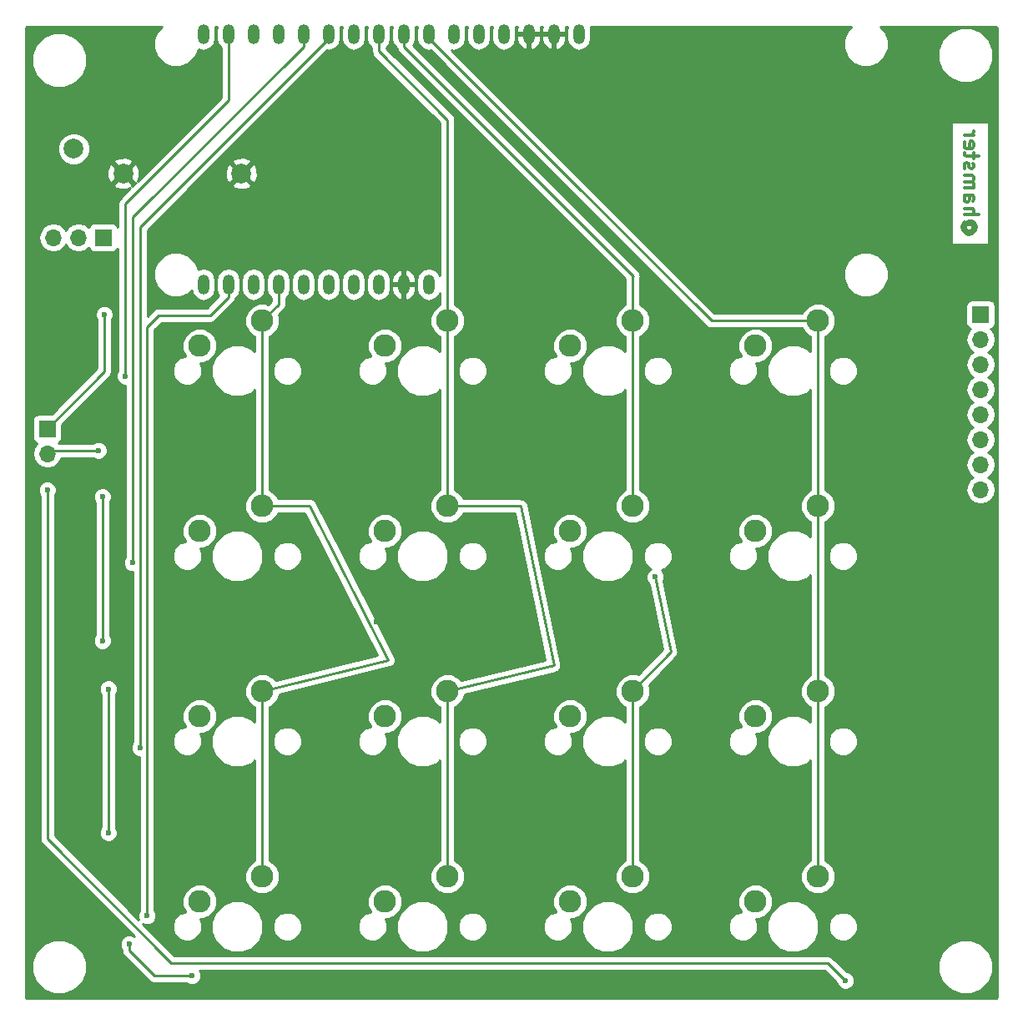
<source format=gbl>
G04 #@! TF.GenerationSoftware,KiCad,Pcbnew,(2017-12-24 revision 570866557)-makepkg*
G04 #@! TF.CreationDate,2018-02-26T21:37:48-07:00*
G04 #@! TF.ProjectId,KeyGridTest1,4B65794772696454657374312E6B6963,rev?*
G04 #@! TF.SameCoordinates,Original*
G04 #@! TF.FileFunction,Copper,L2,Bot,Signal*
G04 #@! TF.FilePolarity,Positive*
%FSLAX46Y46*%
G04 Gerber Fmt 4.6, Leading zero omitted, Abs format (unit mm)*
G04 Created by KiCad (PCBNEW (2017-12-24 revision 570866557)-makepkg) date 02/26/18 21:37:48*
%MOMM*%
%LPD*%
G01*
G04 APERTURE LIST*
%ADD10C,0.300000*%
%ADD11O,1.200000X2.000000*%
%ADD12C,2.286000*%
%ADD13R,1.700000X1.700000*%
%ADD14O,1.700000X1.700000*%
%ADD15C,1.998980*%
%ADD16C,2.000000*%
%ADD17C,0.600000*%
%ADD18C,0.254000*%
%ADD19C,0.250000*%
G04 APERTURE END LIST*
D10*
X192560714Y-64678571D02*
X192632142Y-64750000D01*
X192703571Y-64892857D01*
X192703571Y-65035714D01*
X192632142Y-65178571D01*
X192560714Y-65250000D01*
X192417857Y-65321428D01*
X192275000Y-65321428D01*
X192132142Y-65250000D01*
X192060714Y-65178571D01*
X191989285Y-65035714D01*
X191989285Y-64892857D01*
X192060714Y-64750000D01*
X192132142Y-64678571D01*
X192703571Y-64678571D02*
X192132142Y-64678571D01*
X192060714Y-64607142D01*
X192060714Y-64535714D01*
X192132142Y-64392857D01*
X192275000Y-64321428D01*
X192632142Y-64321428D01*
X192846428Y-64464285D01*
X192989285Y-64678571D01*
X193060714Y-64964285D01*
X192989285Y-65250000D01*
X192846428Y-65464285D01*
X192632142Y-65607142D01*
X192346428Y-65678571D01*
X192060714Y-65607142D01*
X191846428Y-65464285D01*
X191703571Y-65250000D01*
X191632142Y-64964285D01*
X191703571Y-64678571D01*
X191846428Y-64464285D01*
X191846428Y-63678571D02*
X193346428Y-63678571D01*
X191846428Y-63035714D02*
X192632142Y-63035714D01*
X192775000Y-63107142D01*
X192846428Y-63250000D01*
X192846428Y-63464285D01*
X192775000Y-63607142D01*
X192703571Y-63678571D01*
X191846428Y-61678571D02*
X192632142Y-61678571D01*
X192775000Y-61750000D01*
X192846428Y-61892857D01*
X192846428Y-62178571D01*
X192775000Y-62321428D01*
X191917857Y-61678571D02*
X191846428Y-61821428D01*
X191846428Y-62178571D01*
X191917857Y-62321428D01*
X192060714Y-62392857D01*
X192203571Y-62392857D01*
X192346428Y-62321428D01*
X192417857Y-62178571D01*
X192417857Y-61821428D01*
X192489285Y-61678571D01*
X191846428Y-60964285D02*
X192846428Y-60964285D01*
X192703571Y-60964285D02*
X192775000Y-60892857D01*
X192846428Y-60750000D01*
X192846428Y-60535714D01*
X192775000Y-60392857D01*
X192632142Y-60321428D01*
X191846428Y-60321428D01*
X192632142Y-60321428D02*
X192775000Y-60250000D01*
X192846428Y-60107142D01*
X192846428Y-59892857D01*
X192775000Y-59750000D01*
X192632142Y-59678571D01*
X191846428Y-59678571D01*
X191917857Y-59035714D02*
X191846428Y-58892857D01*
X191846428Y-58607142D01*
X191917857Y-58464285D01*
X192060714Y-58392857D01*
X192132142Y-58392857D01*
X192275000Y-58464285D01*
X192346428Y-58607142D01*
X192346428Y-58821428D01*
X192417857Y-58964285D01*
X192560714Y-59035714D01*
X192632142Y-59035714D01*
X192775000Y-58964285D01*
X192846428Y-58821428D01*
X192846428Y-58607142D01*
X192775000Y-58464285D01*
X192846428Y-57964285D02*
X192846428Y-57392857D01*
X193346428Y-57750000D02*
X192060714Y-57750000D01*
X191917857Y-57678571D01*
X191846428Y-57535714D01*
X191846428Y-57392857D01*
X191917857Y-56321428D02*
X191846428Y-56464285D01*
X191846428Y-56750000D01*
X191917857Y-56892857D01*
X192060714Y-56964285D01*
X192632142Y-56964285D01*
X192775000Y-56892857D01*
X192846428Y-56750000D01*
X192846428Y-56464285D01*
X192775000Y-56321428D01*
X192632142Y-56250000D01*
X192489285Y-56250000D01*
X192346428Y-56964285D01*
X191846428Y-55607142D02*
X192846428Y-55607142D01*
X192560714Y-55607142D02*
X192703571Y-55535714D01*
X192775000Y-55464285D01*
X192846428Y-55321428D01*
X192846428Y-55178571D01*
D11*
X114655600Y-45364400D03*
X114655600Y-70764400D03*
X117195600Y-45364400D03*
X117195600Y-70764400D03*
X119735600Y-45364400D03*
X119735600Y-70764400D03*
X122275600Y-45364400D03*
X122275600Y-70764400D03*
X124815600Y-45364400D03*
X124815600Y-70764400D03*
X127355600Y-45364400D03*
X127355600Y-70764400D03*
X129895600Y-45364400D03*
X129895600Y-70764400D03*
X132435600Y-45364400D03*
X132435600Y-70764400D03*
X134975600Y-45364400D03*
X134975600Y-70764400D03*
X137515600Y-45364400D03*
X137515600Y-70764400D03*
X140055600Y-45364400D03*
X142595600Y-45364400D03*
X145135600Y-45364400D03*
X147675600Y-45364400D03*
X150215600Y-45364400D03*
X152755600Y-45364400D03*
D12*
X120624600Y-74447400D03*
X114274600Y-76987400D03*
X139420600Y-112039400D03*
X133070600Y-114579400D03*
X158216600Y-130835400D03*
X151866600Y-133375400D03*
X177012600Y-130835400D03*
X170662600Y-133375400D03*
X120624600Y-130835400D03*
X114274600Y-133375400D03*
X139420600Y-130835400D03*
X133070600Y-133375400D03*
X158216600Y-112039400D03*
X151866600Y-114579400D03*
X177012600Y-112039400D03*
X170662600Y-114579400D03*
X177012600Y-93243400D03*
X170662600Y-95783400D03*
X139420600Y-93243400D03*
X133070600Y-95783400D03*
X120624600Y-93243400D03*
X114274600Y-95783400D03*
X120624600Y-112039400D03*
X114274600Y-114579400D03*
X139420600Y-74447400D03*
X133070600Y-76987400D03*
X158216600Y-74447400D03*
X151866600Y-76987400D03*
X177012600Y-74447400D03*
X170662600Y-76987400D03*
D13*
X104500000Y-66000000D03*
D14*
X101960000Y-66000000D03*
X99420000Y-66000000D03*
D15*
X118500000Y-59500000D03*
D13*
X193500000Y-73800000D03*
D14*
X193500000Y-76340000D03*
X193500000Y-78880000D03*
X193500000Y-81420000D03*
X193500000Y-83960000D03*
X193500000Y-86500000D03*
X193500000Y-89040000D03*
X193500000Y-91580000D03*
D13*
X98800000Y-85400000D03*
D14*
X98800000Y-87940000D03*
D16*
X106500000Y-59500000D03*
X101500000Y-57000000D03*
D12*
X151866600Y-95783400D03*
X158216600Y-93243400D03*
D17*
X169800000Y-142600000D03*
X165000000Y-142000000D03*
X150800000Y-142600000D03*
X146400000Y-142000000D03*
X132300000Y-142600000D03*
X127600000Y-142000000D03*
X113500000Y-142600000D03*
X108800000Y-142000000D03*
X113500000Y-123800000D03*
X127500000Y-123200000D03*
X132300000Y-123800000D03*
X146300000Y-123200000D03*
X150800000Y-123800000D03*
X165100000Y-123200000D03*
X169800000Y-123800000D03*
X169800000Y-105000000D03*
X165000000Y-104400000D03*
X150700000Y-105000000D03*
X146300000Y-104400000D03*
X132200000Y-105000000D03*
X127400000Y-104400000D03*
X113500000Y-105000000D03*
X112200000Y-103400000D03*
X169800000Y-86200000D03*
X165000000Y-85600000D03*
X150800000Y-86200000D03*
X146200000Y-85600000D03*
X132200000Y-86200000D03*
X127300000Y-85600000D03*
X113400000Y-86200000D03*
X112200000Y-84600000D03*
X104400000Y-106900000D03*
X104400000Y-92300000D03*
X105000000Y-126400000D03*
X105000000Y-111800000D03*
X113500000Y-140900000D03*
X107100000Y-137700000D03*
X109956600Y-124815600D03*
X104000000Y-87600000D03*
X98800000Y-91600000D03*
X179800000Y-141400000D03*
X104600000Y-73800000D03*
X106730800Y-80060800D03*
X107442000Y-98983800D03*
X108204000Y-117754400D03*
X108940600Y-134800000D03*
X160500000Y-100450000D03*
D18*
X108940600Y-134800000D02*
X108940600Y-75057000D01*
X117195600Y-72018400D02*
X115325400Y-73888600D01*
X117195600Y-70764400D02*
X117195600Y-72018400D01*
X115325400Y-73888600D02*
X110109000Y-73888600D01*
X110109000Y-73888600D02*
X108940600Y-75057000D01*
X104400000Y-92300000D02*
X104400000Y-106900000D01*
X105000000Y-111800000D02*
X105000000Y-126400000D01*
X107100000Y-138300000D02*
X109700000Y-140900000D01*
X109700000Y-140900000D02*
X113500000Y-140900000D01*
X107100000Y-137700000D02*
X107100000Y-138300000D01*
X104000000Y-87600000D02*
X99140000Y-87600000D01*
X99140000Y-87600000D02*
X98800000Y-87940000D01*
X98800000Y-127000000D02*
X111400000Y-139600000D01*
X98800000Y-91600000D02*
X98800000Y-127000000D01*
X111400000Y-139600000D02*
X178000000Y-139600000D01*
X178000000Y-139600000D02*
X179800000Y-141400000D01*
X104600000Y-73800000D02*
X104600000Y-79600000D01*
X104600000Y-79600000D02*
X98800000Y-85400000D01*
X106700000Y-62600000D02*
X106730800Y-80060800D01*
X117200000Y-52100000D02*
X106700000Y-62600000D01*
X117195600Y-45364400D02*
X117200000Y-52100000D01*
X117195600Y-45364400D02*
X117195600Y-45764400D01*
X107467400Y-63931800D02*
X107467400Y-85763962D01*
X124815600Y-45364400D02*
X124815600Y-46618400D01*
X124815600Y-46618400D02*
X107502200Y-63931800D01*
X107502200Y-63931800D02*
X107467400Y-63931800D01*
X107442000Y-85789362D02*
X107442000Y-98983800D01*
X107467400Y-85763962D02*
X107442000Y-85789362D01*
X108204000Y-64916000D02*
X108204000Y-117754400D01*
X127355600Y-45364400D02*
X127355600Y-45764400D01*
X127355600Y-45764400D02*
X108204000Y-64916000D01*
X119735600Y-70764400D02*
X119735600Y-71164400D01*
D19*
X133400000Y-108850000D02*
X120624600Y-112039400D01*
X125400000Y-93200000D02*
X133400000Y-108850000D01*
X120624600Y-93243400D02*
X125400000Y-93200000D01*
D18*
X122275600Y-70764400D02*
X122275600Y-72796400D01*
X122275600Y-72796400D02*
X120624600Y-74447400D01*
D19*
X120624600Y-112039400D02*
X120624600Y-130835400D01*
X120624600Y-74447400D02*
X120624600Y-93243400D01*
X150200000Y-109400000D02*
X139420600Y-112039400D01*
X146850000Y-93250000D02*
X150200000Y-109400000D01*
X139420600Y-93243400D02*
X146850000Y-93250000D01*
X132435600Y-47091600D02*
X139420600Y-54076600D01*
X139420600Y-54076600D02*
X139420600Y-74447400D01*
X132435600Y-45364400D02*
X132435600Y-47091600D01*
X139420600Y-130835400D02*
X139420600Y-112039400D01*
X139420600Y-74447400D02*
X139420600Y-93243400D01*
X162050000Y-108050000D02*
X160500000Y-100450000D01*
X158216600Y-112039400D02*
X162050000Y-108050000D01*
X134975600Y-45364400D02*
X134975600Y-46614400D01*
X134975600Y-46614400D02*
X147624800Y-59263600D01*
X147624800Y-59263600D02*
X147624800Y-59283600D01*
X147624800Y-59283600D02*
X158242000Y-69900800D01*
X158242000Y-69900800D02*
X158216600Y-69926200D01*
X158216600Y-69926200D02*
X158216600Y-74447400D01*
X158216600Y-74447400D02*
X158216600Y-93243400D01*
X158216600Y-130835400D02*
X158216600Y-112039400D01*
D18*
X177012600Y-112039400D02*
X177012600Y-130835400D01*
X177012600Y-93243400D02*
X177012600Y-112039400D01*
X177012600Y-74447400D02*
X177012600Y-93243400D01*
D19*
X137515600Y-45364400D02*
X137515600Y-45764400D01*
X137515600Y-45764400D02*
X150977600Y-59226400D01*
X150977600Y-59226400D02*
X150977600Y-59232800D01*
X150977600Y-59232800D02*
X166192200Y-74447400D01*
X166192200Y-74447400D02*
X177012600Y-74447400D01*
D18*
G36*
X109924754Y-45083795D02*
X109575998Y-45923692D01*
X109575204Y-46833119D01*
X109922494Y-47673623D01*
X110564995Y-48317246D01*
X111404892Y-48666002D01*
X112314319Y-48666796D01*
X113154823Y-48319506D01*
X113798446Y-47677005D01*
X114122367Y-46896918D01*
X114182986Y-46937423D01*
X114655600Y-47031432D01*
X115128214Y-46937423D01*
X115528877Y-46669709D01*
X115796591Y-46269046D01*
X115890600Y-45796432D01*
X115890600Y-44932368D01*
X115826477Y-44610000D01*
X116024723Y-44610000D01*
X115960600Y-44932368D01*
X115960600Y-45796432D01*
X116054609Y-46269046D01*
X116322323Y-46669709D01*
X116434501Y-46744664D01*
X116437794Y-51784575D01*
X107961523Y-60260847D01*
X108145908Y-59764539D01*
X108121856Y-59114540D01*
X107919387Y-58625736D01*
X107652532Y-58527073D01*
X106679605Y-59500000D01*
X107652532Y-60472927D01*
X107806292Y-60416078D01*
X107416078Y-60806292D01*
X107472927Y-60652532D01*
X106500000Y-59679605D01*
X105527073Y-60652532D01*
X105625736Y-60919387D01*
X106235461Y-61145908D01*
X106885460Y-61121856D01*
X107252580Y-60969790D01*
X106161185Y-62061185D01*
X106160805Y-62061754D01*
X106160235Y-62062136D01*
X106078078Y-62185563D01*
X105996004Y-62308396D01*
X105995871Y-62309067D01*
X105995491Y-62309637D01*
X105966810Y-62455167D01*
X105938001Y-62600000D01*
X105938134Y-62600669D01*
X105938001Y-62601344D01*
X105942044Y-64893086D01*
X105807809Y-64692191D01*
X105597765Y-64551843D01*
X105350000Y-64502560D01*
X103650000Y-64502560D01*
X103402235Y-64551843D01*
X103192191Y-64692191D01*
X103051843Y-64902235D01*
X103039403Y-64964777D01*
X103010054Y-64920853D01*
X102528285Y-64598946D01*
X101960000Y-64485907D01*
X101391715Y-64598946D01*
X100909946Y-64920853D01*
X100690000Y-65250026D01*
X100470054Y-64920853D01*
X99988285Y-64598946D01*
X99420000Y-64485907D01*
X98851715Y-64598946D01*
X98369946Y-64920853D01*
X98048039Y-65402622D01*
X97935000Y-65970907D01*
X97935000Y-66029093D01*
X98048039Y-66597378D01*
X98369946Y-67079147D01*
X98851715Y-67401054D01*
X99420000Y-67514093D01*
X99988285Y-67401054D01*
X100470054Y-67079147D01*
X100690000Y-66749974D01*
X100909946Y-67079147D01*
X101391715Y-67401054D01*
X101960000Y-67514093D01*
X102528285Y-67401054D01*
X103010054Y-67079147D01*
X103039403Y-67035223D01*
X103051843Y-67097765D01*
X103192191Y-67307809D01*
X103402235Y-67448157D01*
X103650000Y-67497440D01*
X105350000Y-67497440D01*
X105597765Y-67448157D01*
X105807809Y-67307809D01*
X105945938Y-67101085D01*
X105967812Y-79501320D01*
X105938608Y-79530473D01*
X105795962Y-79874001D01*
X105795638Y-80245967D01*
X105937683Y-80589743D01*
X106200473Y-80852992D01*
X106544001Y-80995638D01*
X106705400Y-80995779D01*
X106705400Y-85661668D01*
X106680000Y-85789362D01*
X106680000Y-98423334D01*
X106649808Y-98453473D01*
X106507162Y-98797001D01*
X106506838Y-99168967D01*
X106648883Y-99512743D01*
X106911673Y-99775992D01*
X107255201Y-99918638D01*
X107442000Y-99918801D01*
X107442000Y-117193934D01*
X107411808Y-117224073D01*
X107269162Y-117567601D01*
X107268838Y-117939567D01*
X107410883Y-118283343D01*
X107673673Y-118546592D01*
X108017201Y-118689238D01*
X108178600Y-118689379D01*
X108178600Y-134239534D01*
X108148408Y-134269673D01*
X108005762Y-134613201D01*
X108005438Y-134985167D01*
X108105876Y-135228246D01*
X99562000Y-126684370D01*
X99562000Y-111985167D01*
X104064838Y-111985167D01*
X104206883Y-112328943D01*
X104238000Y-112360114D01*
X104238000Y-125839534D01*
X104207808Y-125869673D01*
X104065162Y-126213201D01*
X104064838Y-126585167D01*
X104206883Y-126928943D01*
X104469673Y-127192192D01*
X104813201Y-127334838D01*
X105185167Y-127335162D01*
X105528943Y-127193117D01*
X105792192Y-126930327D01*
X105934838Y-126586799D01*
X105935162Y-126214833D01*
X105793117Y-125871057D01*
X105762000Y-125839886D01*
X105762000Y-112360466D01*
X105792192Y-112330327D01*
X105934838Y-111986799D01*
X105935162Y-111614833D01*
X105793117Y-111271057D01*
X105530327Y-111007808D01*
X105186799Y-110865162D01*
X104814833Y-110864838D01*
X104471057Y-111006883D01*
X104207808Y-111269673D01*
X104065162Y-111613201D01*
X104064838Y-111985167D01*
X99562000Y-111985167D01*
X99562000Y-92485167D01*
X103464838Y-92485167D01*
X103606883Y-92828943D01*
X103638000Y-92860114D01*
X103638000Y-106339534D01*
X103607808Y-106369673D01*
X103465162Y-106713201D01*
X103464838Y-107085167D01*
X103606883Y-107428943D01*
X103869673Y-107692192D01*
X104213201Y-107834838D01*
X104585167Y-107835162D01*
X104928943Y-107693117D01*
X105192192Y-107430327D01*
X105334838Y-107086799D01*
X105335162Y-106714833D01*
X105193117Y-106371057D01*
X105162000Y-106339886D01*
X105162000Y-92860466D01*
X105192192Y-92830327D01*
X105334838Y-92486799D01*
X105335162Y-92114833D01*
X105193117Y-91771057D01*
X104930327Y-91507808D01*
X104586799Y-91365162D01*
X104214833Y-91364838D01*
X103871057Y-91506883D01*
X103607808Y-91769673D01*
X103465162Y-92113201D01*
X103464838Y-92485167D01*
X99562000Y-92485167D01*
X99562000Y-92160466D01*
X99592192Y-92130327D01*
X99734838Y-91786799D01*
X99735162Y-91414833D01*
X99593117Y-91071057D01*
X99330327Y-90807808D01*
X98986799Y-90665162D01*
X98614833Y-90664838D01*
X98271057Y-90806883D01*
X98007808Y-91069673D01*
X97865162Y-91413201D01*
X97864838Y-91785167D01*
X98006883Y-92128943D01*
X98038000Y-92160114D01*
X98038000Y-127000000D01*
X98096004Y-127291605D01*
X98261185Y-127538815D01*
X107630072Y-136907702D01*
X107286799Y-136765162D01*
X106914833Y-136764838D01*
X106571057Y-136906883D01*
X106307808Y-137169673D01*
X106165162Y-137513201D01*
X106164838Y-137885167D01*
X106306883Y-138228943D01*
X106338000Y-138260114D01*
X106338000Y-138300000D01*
X106396004Y-138591605D01*
X106560640Y-138838000D01*
X106561185Y-138838815D01*
X109161184Y-141438815D01*
X109382658Y-141586799D01*
X109408395Y-141603996D01*
X109700000Y-141662000D01*
X112939534Y-141662000D01*
X112969673Y-141692192D01*
X113313201Y-141834838D01*
X113685167Y-141835162D01*
X114028943Y-141693117D01*
X114292192Y-141430327D01*
X114434838Y-141086799D01*
X114435162Y-140714833D01*
X114293117Y-140371057D01*
X114284076Y-140362000D01*
X177684370Y-140362000D01*
X178864875Y-141542506D01*
X178864838Y-141585167D01*
X179006883Y-141928943D01*
X179269673Y-142192192D01*
X179613201Y-142334838D01*
X179985167Y-142335162D01*
X180328943Y-142193117D01*
X180592192Y-141930327D01*
X180734838Y-141586799D01*
X180735162Y-141214833D01*
X180593117Y-140871057D01*
X180330327Y-140607808D01*
X180194820Y-140551540D01*
X189214518Y-140551540D01*
X189637616Y-141575515D01*
X190420365Y-142359631D01*
X191443599Y-142784515D01*
X192551540Y-142785482D01*
X193575515Y-142362384D01*
X194359631Y-141579635D01*
X194784515Y-140556401D01*
X194785482Y-139448460D01*
X194362384Y-138424485D01*
X193579635Y-137640369D01*
X192556401Y-137215485D01*
X191448460Y-137214518D01*
X190424485Y-137637616D01*
X189640369Y-138420365D01*
X189215485Y-139443599D01*
X189214518Y-140551540D01*
X180194820Y-140551540D01*
X179986799Y-140465162D01*
X179942754Y-140465124D01*
X178538815Y-139061185D01*
X178453226Y-139003996D01*
X178291605Y-138896004D01*
X178000000Y-138838000D01*
X111715630Y-138838000D01*
X109087297Y-136209667D01*
X111518442Y-136209667D01*
X111744180Y-136755995D01*
X112161806Y-137174351D01*
X112707739Y-137401042D01*
X113298867Y-137401558D01*
X113845195Y-137175820D01*
X114263551Y-136758194D01*
X114397326Y-136436026D01*
X115455245Y-136436026D01*
X115854628Y-137402607D01*
X116593504Y-138142773D01*
X117559385Y-138543842D01*
X118605226Y-138544755D01*
X119571807Y-138145372D01*
X120311973Y-137406496D01*
X120713042Y-136440615D01*
X120713243Y-136209667D01*
X121678442Y-136209667D01*
X121904180Y-136755995D01*
X122321806Y-137174351D01*
X122867739Y-137401042D01*
X123458867Y-137401558D01*
X124005195Y-137175820D01*
X124423551Y-136758194D01*
X124650242Y-136212261D01*
X124650244Y-136209667D01*
X130314442Y-136209667D01*
X130540180Y-136755995D01*
X130957806Y-137174351D01*
X131503739Y-137401042D01*
X132094867Y-137401558D01*
X132641195Y-137175820D01*
X133059551Y-136758194D01*
X133193326Y-136436026D01*
X134251245Y-136436026D01*
X134650628Y-137402607D01*
X135389504Y-138142773D01*
X136355385Y-138543842D01*
X137401226Y-138544755D01*
X138367807Y-138145372D01*
X139107973Y-137406496D01*
X139509042Y-136440615D01*
X139509243Y-136209667D01*
X140474442Y-136209667D01*
X140700180Y-136755995D01*
X141117806Y-137174351D01*
X141663739Y-137401042D01*
X142254867Y-137401558D01*
X142801195Y-137175820D01*
X143219551Y-136758194D01*
X143446242Y-136212261D01*
X143446244Y-136209667D01*
X149110442Y-136209667D01*
X149336180Y-136755995D01*
X149753806Y-137174351D01*
X150299739Y-137401042D01*
X150890867Y-137401558D01*
X151437195Y-137175820D01*
X151855551Y-136758194D01*
X151989326Y-136436026D01*
X153047245Y-136436026D01*
X153446628Y-137402607D01*
X154185504Y-138142773D01*
X155151385Y-138543842D01*
X156197226Y-138544755D01*
X157163807Y-138145372D01*
X157903973Y-137406496D01*
X158305042Y-136440615D01*
X158305243Y-136209667D01*
X159270442Y-136209667D01*
X159496180Y-136755995D01*
X159913806Y-137174351D01*
X160459739Y-137401042D01*
X161050867Y-137401558D01*
X161597195Y-137175820D01*
X162015551Y-136758194D01*
X162242242Y-136212261D01*
X162242244Y-136209667D01*
X167906442Y-136209667D01*
X168132180Y-136755995D01*
X168549806Y-137174351D01*
X169095739Y-137401042D01*
X169686867Y-137401558D01*
X170233195Y-137175820D01*
X170651551Y-136758194D01*
X170785326Y-136436026D01*
X171843245Y-136436026D01*
X172242628Y-137402607D01*
X172981504Y-138142773D01*
X173947385Y-138543842D01*
X174993226Y-138544755D01*
X175959807Y-138145372D01*
X176699973Y-137406496D01*
X177101042Y-136440615D01*
X177101243Y-136209667D01*
X178066442Y-136209667D01*
X178292180Y-136755995D01*
X178709806Y-137174351D01*
X179255739Y-137401042D01*
X179846867Y-137401558D01*
X180393195Y-137175820D01*
X180811551Y-136758194D01*
X181038242Y-136212261D01*
X181038758Y-135621133D01*
X180813020Y-135074805D01*
X180395394Y-134656449D01*
X179849461Y-134429758D01*
X179258333Y-134429242D01*
X178712005Y-134654980D01*
X178293649Y-135072606D01*
X178066958Y-135618539D01*
X178066442Y-136209667D01*
X177101243Y-136209667D01*
X177101955Y-135394774D01*
X176702572Y-134428193D01*
X175963696Y-133688027D01*
X174997815Y-133286958D01*
X173951974Y-133286045D01*
X172985393Y-133685428D01*
X172245227Y-134424304D01*
X171844158Y-135390185D01*
X171843245Y-136436026D01*
X170785326Y-136436026D01*
X170878242Y-136212261D01*
X170878758Y-135621133D01*
X170685503Y-135153421D01*
X171014714Y-135153708D01*
X171668440Y-134883594D01*
X172169036Y-134383871D01*
X172440291Y-133730618D01*
X172440908Y-133023286D01*
X172170794Y-132369560D01*
X171671071Y-131868964D01*
X171017818Y-131597709D01*
X170310486Y-131597092D01*
X169656760Y-131867206D01*
X169156164Y-132366929D01*
X168884909Y-133020182D01*
X168884292Y-133727514D01*
X169154406Y-134381240D01*
X169202415Y-134429333D01*
X169098333Y-134429242D01*
X168552005Y-134654980D01*
X168133649Y-135072606D01*
X167906958Y-135618539D01*
X167906442Y-136209667D01*
X162242244Y-136209667D01*
X162242758Y-135621133D01*
X162017020Y-135074805D01*
X161599394Y-134656449D01*
X161053461Y-134429758D01*
X160462333Y-134429242D01*
X159916005Y-134654980D01*
X159497649Y-135072606D01*
X159270958Y-135618539D01*
X159270442Y-136209667D01*
X158305243Y-136209667D01*
X158305955Y-135394774D01*
X157906572Y-134428193D01*
X157167696Y-133688027D01*
X156201815Y-133286958D01*
X155155974Y-133286045D01*
X154189393Y-133685428D01*
X153449227Y-134424304D01*
X153048158Y-135390185D01*
X153047245Y-136436026D01*
X151989326Y-136436026D01*
X152082242Y-136212261D01*
X152082758Y-135621133D01*
X151889503Y-135153421D01*
X152218714Y-135153708D01*
X152872440Y-134883594D01*
X153373036Y-134383871D01*
X153644291Y-133730618D01*
X153644908Y-133023286D01*
X153374794Y-132369560D01*
X152875071Y-131868964D01*
X152221818Y-131597709D01*
X151514486Y-131597092D01*
X150860760Y-131867206D01*
X150360164Y-132366929D01*
X150088909Y-133020182D01*
X150088292Y-133727514D01*
X150358406Y-134381240D01*
X150406415Y-134429333D01*
X150302333Y-134429242D01*
X149756005Y-134654980D01*
X149337649Y-135072606D01*
X149110958Y-135618539D01*
X149110442Y-136209667D01*
X143446244Y-136209667D01*
X143446758Y-135621133D01*
X143221020Y-135074805D01*
X142803394Y-134656449D01*
X142257461Y-134429758D01*
X141666333Y-134429242D01*
X141120005Y-134654980D01*
X140701649Y-135072606D01*
X140474958Y-135618539D01*
X140474442Y-136209667D01*
X139509243Y-136209667D01*
X139509955Y-135394774D01*
X139110572Y-134428193D01*
X138371696Y-133688027D01*
X137405815Y-133286958D01*
X136359974Y-133286045D01*
X135393393Y-133685428D01*
X134653227Y-134424304D01*
X134252158Y-135390185D01*
X134251245Y-136436026D01*
X133193326Y-136436026D01*
X133286242Y-136212261D01*
X133286758Y-135621133D01*
X133093503Y-135153421D01*
X133422714Y-135153708D01*
X134076440Y-134883594D01*
X134577036Y-134383871D01*
X134848291Y-133730618D01*
X134848908Y-133023286D01*
X134578794Y-132369560D01*
X134079071Y-131868964D01*
X133425818Y-131597709D01*
X132718486Y-131597092D01*
X132064760Y-131867206D01*
X131564164Y-132366929D01*
X131292909Y-133020182D01*
X131292292Y-133727514D01*
X131562406Y-134381240D01*
X131610415Y-134429333D01*
X131506333Y-134429242D01*
X130960005Y-134654980D01*
X130541649Y-135072606D01*
X130314958Y-135618539D01*
X130314442Y-136209667D01*
X124650244Y-136209667D01*
X124650758Y-135621133D01*
X124425020Y-135074805D01*
X124007394Y-134656449D01*
X123461461Y-134429758D01*
X122870333Y-134429242D01*
X122324005Y-134654980D01*
X121905649Y-135072606D01*
X121678958Y-135618539D01*
X121678442Y-136209667D01*
X120713243Y-136209667D01*
X120713955Y-135394774D01*
X120314572Y-134428193D01*
X119575696Y-133688027D01*
X118609815Y-133286958D01*
X117563974Y-133286045D01*
X116597393Y-133685428D01*
X115857227Y-134424304D01*
X115456158Y-135390185D01*
X115455245Y-136436026D01*
X114397326Y-136436026D01*
X114490242Y-136212261D01*
X114490758Y-135621133D01*
X114297503Y-135153421D01*
X114626714Y-135153708D01*
X115280440Y-134883594D01*
X115781036Y-134383871D01*
X116052291Y-133730618D01*
X116052908Y-133023286D01*
X115782794Y-132369560D01*
X115283071Y-131868964D01*
X114629818Y-131597709D01*
X113922486Y-131597092D01*
X113268760Y-131867206D01*
X112768164Y-132366929D01*
X112496909Y-133020182D01*
X112496292Y-133727514D01*
X112766406Y-134381240D01*
X112814415Y-134429333D01*
X112710333Y-134429242D01*
X112164005Y-134654980D01*
X111745649Y-135072606D01*
X111518958Y-135618539D01*
X111518442Y-136209667D01*
X109087297Y-136209667D01*
X108512108Y-135634478D01*
X108753801Y-135734838D01*
X109125767Y-135735162D01*
X109469543Y-135593117D01*
X109732792Y-135330327D01*
X109875438Y-134986799D01*
X109875762Y-134614833D01*
X109733717Y-134271057D01*
X109702600Y-134239886D01*
X109702600Y-117413667D01*
X111518442Y-117413667D01*
X111744180Y-117959995D01*
X112161806Y-118378351D01*
X112707739Y-118605042D01*
X113298867Y-118605558D01*
X113845195Y-118379820D01*
X114263551Y-117962194D01*
X114490242Y-117416261D01*
X114490758Y-116825133D01*
X114297503Y-116357421D01*
X114626714Y-116357708D01*
X115280440Y-116087594D01*
X115781036Y-115587871D01*
X116052291Y-114934618D01*
X116052908Y-114227286D01*
X115782794Y-113573560D01*
X115283071Y-113072964D01*
X114629818Y-112801709D01*
X113922486Y-112801092D01*
X113268760Y-113071206D01*
X112768164Y-113570929D01*
X112496909Y-114224182D01*
X112496292Y-114931514D01*
X112766406Y-115585240D01*
X112814415Y-115633333D01*
X112710333Y-115633242D01*
X112164005Y-115858980D01*
X111745649Y-116276606D01*
X111518958Y-116822539D01*
X111518442Y-117413667D01*
X109702600Y-117413667D01*
X109702600Y-98617667D01*
X111518442Y-98617667D01*
X111744180Y-99163995D01*
X112161806Y-99582351D01*
X112707739Y-99809042D01*
X113298867Y-99809558D01*
X113845195Y-99583820D01*
X114263551Y-99166194D01*
X114397326Y-98844026D01*
X115455245Y-98844026D01*
X115854628Y-99810607D01*
X116593504Y-100550773D01*
X117559385Y-100951842D01*
X118605226Y-100952755D01*
X119571807Y-100553372D01*
X120311973Y-99814496D01*
X120713042Y-98848615D01*
X120713243Y-98617667D01*
X121678442Y-98617667D01*
X121904180Y-99163995D01*
X122321806Y-99582351D01*
X122867739Y-99809042D01*
X123458867Y-99809558D01*
X124005195Y-99583820D01*
X124423551Y-99166194D01*
X124650242Y-98620261D01*
X124650758Y-98029133D01*
X124425020Y-97482805D01*
X124007394Y-97064449D01*
X123461461Y-96837758D01*
X122870333Y-96837242D01*
X122324005Y-97062980D01*
X121905649Y-97480606D01*
X121678958Y-98026539D01*
X121678442Y-98617667D01*
X120713243Y-98617667D01*
X120713955Y-97802774D01*
X120314572Y-96836193D01*
X119575696Y-96096027D01*
X118609815Y-95694958D01*
X117563974Y-95694045D01*
X116597393Y-96093428D01*
X115857227Y-96832304D01*
X115456158Y-97798185D01*
X115455245Y-98844026D01*
X114397326Y-98844026D01*
X114490242Y-98620261D01*
X114490758Y-98029133D01*
X114297503Y-97561421D01*
X114626714Y-97561708D01*
X115280440Y-97291594D01*
X115781036Y-96791871D01*
X116052291Y-96138618D01*
X116052908Y-95431286D01*
X115782794Y-94777560D01*
X115283071Y-94276964D01*
X114629818Y-94005709D01*
X113922486Y-94005092D01*
X113268760Y-94275206D01*
X112768164Y-94774929D01*
X112496909Y-95428182D01*
X112496292Y-96135514D01*
X112766406Y-96789240D01*
X112814415Y-96837333D01*
X112710333Y-96837242D01*
X112164005Y-97062980D01*
X111745649Y-97480606D01*
X111518958Y-98026539D01*
X111518442Y-98617667D01*
X109702600Y-98617667D01*
X109702600Y-79821667D01*
X111518442Y-79821667D01*
X111744180Y-80367995D01*
X112161806Y-80786351D01*
X112707739Y-81013042D01*
X113298867Y-81013558D01*
X113845195Y-80787820D01*
X114263551Y-80370194D01*
X114397326Y-80048026D01*
X115455245Y-80048026D01*
X115854628Y-81014607D01*
X116593504Y-81754773D01*
X117559385Y-82155842D01*
X118605226Y-82156755D01*
X119571807Y-81757372D01*
X119864600Y-81465089D01*
X119864600Y-91633627D01*
X119618760Y-91735206D01*
X119118164Y-92234929D01*
X118846909Y-92888182D01*
X118846292Y-93595514D01*
X119116406Y-94249240D01*
X119616129Y-94749836D01*
X120269382Y-95021091D01*
X120976714Y-95021708D01*
X121630440Y-94751594D01*
X122131036Y-94251871D01*
X122240295Y-93988748D01*
X124937125Y-93964238D01*
X132287954Y-108344298D01*
X122009724Y-110910275D01*
X121633071Y-110532964D01*
X120979818Y-110261709D01*
X120272486Y-110261092D01*
X119618760Y-110531206D01*
X119118164Y-111030929D01*
X118846909Y-111684182D01*
X118846292Y-112391514D01*
X119116406Y-113045240D01*
X119616129Y-113545836D01*
X119864600Y-113649010D01*
X119864600Y-115181435D01*
X119575696Y-114892027D01*
X118609815Y-114490958D01*
X117563974Y-114490045D01*
X116597393Y-114889428D01*
X115857227Y-115628304D01*
X115456158Y-116594185D01*
X115455245Y-117640026D01*
X115854628Y-118606607D01*
X116593504Y-119346773D01*
X117559385Y-119747842D01*
X118605226Y-119748755D01*
X119571807Y-119349372D01*
X119864600Y-119057089D01*
X119864600Y-129225627D01*
X119618760Y-129327206D01*
X119118164Y-129826929D01*
X118846909Y-130480182D01*
X118846292Y-131187514D01*
X119116406Y-131841240D01*
X119616129Y-132341836D01*
X120269382Y-132613091D01*
X120976714Y-132613708D01*
X121630440Y-132343594D01*
X122131036Y-131843871D01*
X122402291Y-131190618D01*
X122402908Y-130483286D01*
X122132794Y-129829560D01*
X121633071Y-129328964D01*
X121384600Y-129225790D01*
X121384600Y-117413667D01*
X121678442Y-117413667D01*
X121904180Y-117959995D01*
X122321806Y-118378351D01*
X122867739Y-118605042D01*
X123458867Y-118605558D01*
X124005195Y-118379820D01*
X124423551Y-117962194D01*
X124650242Y-117416261D01*
X124650244Y-117413667D01*
X130314442Y-117413667D01*
X130540180Y-117959995D01*
X130957806Y-118378351D01*
X131503739Y-118605042D01*
X132094867Y-118605558D01*
X132641195Y-118379820D01*
X133059551Y-117962194D01*
X133286242Y-117416261D01*
X133286758Y-116825133D01*
X133093503Y-116357421D01*
X133422714Y-116357708D01*
X134076440Y-116087594D01*
X134577036Y-115587871D01*
X134848291Y-114934618D01*
X134848908Y-114227286D01*
X134578794Y-113573560D01*
X134079071Y-113072964D01*
X133425818Y-112801709D01*
X132718486Y-112801092D01*
X132064760Y-113071206D01*
X131564164Y-113570929D01*
X131292909Y-114224182D01*
X131292292Y-114931514D01*
X131562406Y-115585240D01*
X131610415Y-115633333D01*
X131506333Y-115633242D01*
X130960005Y-115858980D01*
X130541649Y-116276606D01*
X130314958Y-116822539D01*
X130314442Y-117413667D01*
X124650244Y-117413667D01*
X124650758Y-116825133D01*
X124425020Y-116278805D01*
X124007394Y-115860449D01*
X123461461Y-115633758D01*
X122870333Y-115633242D01*
X122324005Y-115858980D01*
X121905649Y-116276606D01*
X121678958Y-116822539D01*
X121678442Y-117413667D01*
X121384600Y-117413667D01*
X121384600Y-113649173D01*
X121630440Y-113547594D01*
X122131036Y-113047871D01*
X122402291Y-112394618D01*
X122402305Y-112378919D01*
X133584085Y-109587369D01*
X133662500Y-109550356D01*
X133745922Y-109526711D01*
X133795315Y-109487667D01*
X133852251Y-109460793D01*
X133910533Y-109396591D01*
X133978556Y-109342820D01*
X134009247Y-109287848D01*
X134051566Y-109241230D01*
X134080841Y-109159613D01*
X134123111Y-109083902D01*
X134130429Y-109021366D01*
X134151685Y-108962106D01*
X134147499Y-108875499D01*
X134157577Y-108789375D01*
X134140408Y-108728801D01*
X134137368Y-108665915D01*
X134100358Y-108587504D01*
X134076711Y-108504077D01*
X129022955Y-98617667D01*
X130314442Y-98617667D01*
X130540180Y-99163995D01*
X130957806Y-99582351D01*
X131503739Y-99809042D01*
X132094867Y-99809558D01*
X132641195Y-99583820D01*
X133059551Y-99166194D01*
X133193326Y-98844026D01*
X134251245Y-98844026D01*
X134650628Y-99810607D01*
X135389504Y-100550773D01*
X136355385Y-100951842D01*
X137401226Y-100952755D01*
X138367807Y-100553372D01*
X139107973Y-99814496D01*
X139509042Y-98848615D01*
X139509243Y-98617667D01*
X140474442Y-98617667D01*
X140700180Y-99163995D01*
X141117806Y-99582351D01*
X141663739Y-99809042D01*
X142254867Y-99809558D01*
X142801195Y-99583820D01*
X143219551Y-99166194D01*
X143446242Y-98620261D01*
X143446758Y-98029133D01*
X143221020Y-97482805D01*
X142803394Y-97064449D01*
X142257461Y-96837758D01*
X141666333Y-96837242D01*
X141120005Y-97062980D01*
X140701649Y-97480606D01*
X140474958Y-98026539D01*
X140474442Y-98617667D01*
X139509243Y-98617667D01*
X139509955Y-97802774D01*
X139110572Y-96836193D01*
X138371696Y-96096027D01*
X137405815Y-95694958D01*
X136359974Y-95694045D01*
X135393393Y-96093428D01*
X134653227Y-96832304D01*
X134252158Y-97798185D01*
X134251245Y-98844026D01*
X133193326Y-98844026D01*
X133286242Y-98620261D01*
X133286758Y-98029133D01*
X133093503Y-97561421D01*
X133422714Y-97561708D01*
X134076440Y-97291594D01*
X134577036Y-96791871D01*
X134848291Y-96138618D01*
X134848908Y-95431286D01*
X134578794Y-94777560D01*
X134079071Y-94276964D01*
X133425818Y-94005709D01*
X132718486Y-94005092D01*
X132064760Y-94275206D01*
X131564164Y-94774929D01*
X131292909Y-95428182D01*
X131292292Y-96135514D01*
X131562406Y-96789240D01*
X131610415Y-96837333D01*
X131506333Y-96837242D01*
X130960005Y-97062980D01*
X130541649Y-97480606D01*
X130314958Y-98026539D01*
X130314442Y-98617667D01*
X129022955Y-98617667D01*
X126076711Y-92854078D01*
X126001130Y-92758463D01*
X125932495Y-92657737D01*
X125909709Y-92642810D01*
X125892820Y-92621444D01*
X125786401Y-92562030D01*
X125684446Y-92495238D01*
X125657686Y-92490167D01*
X125633903Y-92476889D01*
X125512846Y-92462722D01*
X125393093Y-92440031D01*
X122228338Y-92468793D01*
X122132794Y-92237560D01*
X121633071Y-91736964D01*
X121384600Y-91633790D01*
X121384600Y-79821667D01*
X121678442Y-79821667D01*
X121904180Y-80367995D01*
X122321806Y-80786351D01*
X122867739Y-81013042D01*
X123458867Y-81013558D01*
X124005195Y-80787820D01*
X124423551Y-80370194D01*
X124650242Y-79824261D01*
X124650244Y-79821667D01*
X130314442Y-79821667D01*
X130540180Y-80367995D01*
X130957806Y-80786351D01*
X131503739Y-81013042D01*
X132094867Y-81013558D01*
X132641195Y-80787820D01*
X133059551Y-80370194D01*
X133286242Y-79824261D01*
X133286758Y-79233133D01*
X133093503Y-78765421D01*
X133422714Y-78765708D01*
X134076440Y-78495594D01*
X134577036Y-77995871D01*
X134848291Y-77342618D01*
X134848908Y-76635286D01*
X134578794Y-75981560D01*
X134079071Y-75480964D01*
X133425818Y-75209709D01*
X132718486Y-75209092D01*
X132064760Y-75479206D01*
X131564164Y-75978929D01*
X131292909Y-76632182D01*
X131292292Y-77339514D01*
X131562406Y-77993240D01*
X131610415Y-78041333D01*
X131506333Y-78041242D01*
X130960005Y-78266980D01*
X130541649Y-78684606D01*
X130314958Y-79230539D01*
X130314442Y-79821667D01*
X124650244Y-79821667D01*
X124650758Y-79233133D01*
X124425020Y-78686805D01*
X124007394Y-78268449D01*
X123461461Y-78041758D01*
X122870333Y-78041242D01*
X122324005Y-78266980D01*
X121905649Y-78684606D01*
X121678958Y-79230539D01*
X121678442Y-79821667D01*
X121384600Y-79821667D01*
X121384600Y-76057173D01*
X121630440Y-75955594D01*
X122131036Y-75455871D01*
X122402291Y-74802618D01*
X122402908Y-74095286D01*
X122300994Y-73848636D01*
X122814416Y-73335215D01*
X122979597Y-73088004D01*
X123037600Y-72796400D01*
X123037600Y-72144062D01*
X123148877Y-72069709D01*
X123416591Y-71669046D01*
X123510600Y-71196432D01*
X123510600Y-70332368D01*
X123580600Y-70332368D01*
X123580600Y-71196432D01*
X123674609Y-71669046D01*
X123942323Y-72069709D01*
X124342986Y-72337423D01*
X124815600Y-72431432D01*
X125288214Y-72337423D01*
X125688877Y-72069709D01*
X125956591Y-71669046D01*
X126050600Y-71196432D01*
X126050600Y-70332368D01*
X126120600Y-70332368D01*
X126120600Y-71196432D01*
X126214609Y-71669046D01*
X126482323Y-72069709D01*
X126882986Y-72337423D01*
X127355600Y-72431432D01*
X127828214Y-72337423D01*
X128228877Y-72069709D01*
X128496591Y-71669046D01*
X128590600Y-71196432D01*
X128590600Y-70332368D01*
X128660600Y-70332368D01*
X128660600Y-71196432D01*
X128754609Y-71669046D01*
X129022323Y-72069709D01*
X129422986Y-72337423D01*
X129895600Y-72431432D01*
X130368214Y-72337423D01*
X130768877Y-72069709D01*
X131036591Y-71669046D01*
X131130600Y-71196432D01*
X131130600Y-70332368D01*
X131200600Y-70332368D01*
X131200600Y-71196432D01*
X131294609Y-71669046D01*
X131562323Y-72069709D01*
X131962986Y-72337423D01*
X132435600Y-72431432D01*
X132908214Y-72337423D01*
X133308877Y-72069709D01*
X133576591Y-71669046D01*
X133670600Y-71196432D01*
X133670600Y-70891400D01*
X133740600Y-70891400D01*
X133740600Y-71291400D01*
X133883210Y-71754347D01*
X134192126Y-72127480D01*
X134620319Y-72353992D01*
X134657991Y-72357862D01*
X134848600Y-72233131D01*
X134848600Y-70891400D01*
X135102600Y-70891400D01*
X135102600Y-72233131D01*
X135293209Y-72357862D01*
X135330881Y-72353992D01*
X135759074Y-72127480D01*
X136067990Y-71754347D01*
X136210600Y-71291400D01*
X136210600Y-70891400D01*
X135102600Y-70891400D01*
X134848600Y-70891400D01*
X133740600Y-70891400D01*
X133670600Y-70891400D01*
X133670600Y-70332368D01*
X133651710Y-70237400D01*
X133740600Y-70237400D01*
X133740600Y-70637400D01*
X134848600Y-70637400D01*
X134848600Y-69295669D01*
X135102600Y-69295669D01*
X135102600Y-70637400D01*
X136210600Y-70637400D01*
X136210600Y-70237400D01*
X136067990Y-69774453D01*
X135759074Y-69401320D01*
X135330881Y-69174808D01*
X135293209Y-69170938D01*
X135102600Y-69295669D01*
X134848600Y-69295669D01*
X134657991Y-69170938D01*
X134620319Y-69174808D01*
X134192126Y-69401320D01*
X133883210Y-69774453D01*
X133740600Y-70237400D01*
X133651710Y-70237400D01*
X133576591Y-69859754D01*
X133308877Y-69459091D01*
X132908214Y-69191377D01*
X132435600Y-69097368D01*
X131962986Y-69191377D01*
X131562323Y-69459091D01*
X131294609Y-69859754D01*
X131200600Y-70332368D01*
X131130600Y-70332368D01*
X131036591Y-69859754D01*
X130768877Y-69459091D01*
X130368214Y-69191377D01*
X129895600Y-69097368D01*
X129422986Y-69191377D01*
X129022323Y-69459091D01*
X128754609Y-69859754D01*
X128660600Y-70332368D01*
X128590600Y-70332368D01*
X128496591Y-69859754D01*
X128228877Y-69459091D01*
X127828214Y-69191377D01*
X127355600Y-69097368D01*
X126882986Y-69191377D01*
X126482323Y-69459091D01*
X126214609Y-69859754D01*
X126120600Y-70332368D01*
X126050600Y-70332368D01*
X125956591Y-69859754D01*
X125688877Y-69459091D01*
X125288214Y-69191377D01*
X124815600Y-69097368D01*
X124342986Y-69191377D01*
X123942323Y-69459091D01*
X123674609Y-69859754D01*
X123580600Y-70332368D01*
X123510600Y-70332368D01*
X123416591Y-69859754D01*
X123148877Y-69459091D01*
X122748214Y-69191377D01*
X122275600Y-69097368D01*
X121802986Y-69191377D01*
X121402323Y-69459091D01*
X121134609Y-69859754D01*
X121040600Y-70332368D01*
X121040600Y-71196432D01*
X121134609Y-71669046D01*
X121402323Y-72069709D01*
X121513600Y-72144062D01*
X121513600Y-72480769D01*
X121223482Y-72770887D01*
X120979818Y-72669709D01*
X120272486Y-72669092D01*
X119618760Y-72939206D01*
X119118164Y-73438929D01*
X118846909Y-74092182D01*
X118846292Y-74799514D01*
X119116406Y-75453240D01*
X119616129Y-75953836D01*
X119864600Y-76057010D01*
X119864600Y-77589435D01*
X119575696Y-77300027D01*
X118609815Y-76898958D01*
X117563974Y-76898045D01*
X116597393Y-77297428D01*
X115857227Y-78036304D01*
X115456158Y-79002185D01*
X115455245Y-80048026D01*
X114397326Y-80048026D01*
X114490242Y-79824261D01*
X114490758Y-79233133D01*
X114297503Y-78765421D01*
X114626714Y-78765708D01*
X115280440Y-78495594D01*
X115781036Y-77995871D01*
X116052291Y-77342618D01*
X116052908Y-76635286D01*
X115782794Y-75981560D01*
X115283071Y-75480964D01*
X114629818Y-75209709D01*
X113922486Y-75209092D01*
X113268760Y-75479206D01*
X112768164Y-75978929D01*
X112496909Y-76632182D01*
X112496292Y-77339514D01*
X112766406Y-77993240D01*
X112814415Y-78041333D01*
X112710333Y-78041242D01*
X112164005Y-78266980D01*
X111745649Y-78684606D01*
X111518958Y-79230539D01*
X111518442Y-79821667D01*
X109702600Y-79821667D01*
X109702600Y-75372630D01*
X110424630Y-74650600D01*
X115325400Y-74650600D01*
X115617005Y-74592596D01*
X115864215Y-74427415D01*
X117734415Y-72557216D01*
X117899596Y-72310005D01*
X117914887Y-72233131D01*
X117928773Y-72163323D01*
X118068877Y-72069709D01*
X118336591Y-71669046D01*
X118430600Y-71196432D01*
X118430600Y-70332368D01*
X118500600Y-70332368D01*
X118500600Y-71196432D01*
X118594609Y-71669046D01*
X118862323Y-72069709D01*
X119262986Y-72337423D01*
X119735600Y-72431432D01*
X120208214Y-72337423D01*
X120608877Y-72069709D01*
X120876591Y-71669046D01*
X120970600Y-71196432D01*
X120970600Y-70332368D01*
X120876591Y-69859754D01*
X120608877Y-69459091D01*
X120208214Y-69191377D01*
X119735600Y-69097368D01*
X119262986Y-69191377D01*
X118862323Y-69459091D01*
X118594609Y-69859754D01*
X118500600Y-70332368D01*
X118430600Y-70332368D01*
X118336591Y-69859754D01*
X118068877Y-69459091D01*
X117668214Y-69191377D01*
X117195600Y-69097368D01*
X116722986Y-69191377D01*
X116322323Y-69459091D01*
X116054609Y-69859754D01*
X115960600Y-70332368D01*
X115960600Y-71196432D01*
X116054609Y-71669046D01*
X116219919Y-71916450D01*
X115009770Y-73126600D01*
X110109000Y-73126600D01*
X109817395Y-73184604D01*
X109570185Y-73349785D01*
X108966000Y-73953970D01*
X108966000Y-70201119D01*
X109575204Y-70201119D01*
X109922494Y-71041623D01*
X110564995Y-71685246D01*
X111404892Y-72034002D01*
X112314319Y-72034796D01*
X113154823Y-71687506D01*
X113458067Y-71384791D01*
X113514609Y-71669046D01*
X113782323Y-72069709D01*
X114182986Y-72337423D01*
X114655600Y-72431432D01*
X115128214Y-72337423D01*
X115528877Y-72069709D01*
X115796591Y-71669046D01*
X115890600Y-71196432D01*
X115890600Y-70332368D01*
X115796591Y-69859754D01*
X115528877Y-69459091D01*
X115128214Y-69191377D01*
X114655600Y-69097368D01*
X114182986Y-69191377D01*
X114121793Y-69232265D01*
X113800706Y-68455177D01*
X113158205Y-67811554D01*
X112318308Y-67462798D01*
X111408881Y-67462004D01*
X110568377Y-67809294D01*
X109924754Y-68451795D01*
X109575998Y-69291692D01*
X109575204Y-70201119D01*
X108966000Y-70201119D01*
X108966000Y-65231630D01*
X113545467Y-60652163D01*
X117527443Y-60652163D01*
X117626042Y-60918965D01*
X118235582Y-61145401D01*
X118885377Y-61121341D01*
X119373958Y-60918965D01*
X119472557Y-60652163D01*
X118500000Y-59679605D01*
X117527443Y-60652163D01*
X113545467Y-60652163D01*
X114962048Y-59235582D01*
X116854599Y-59235582D01*
X116878659Y-59885377D01*
X117081035Y-60373958D01*
X117347837Y-60472557D01*
X118320395Y-59500000D01*
X118679605Y-59500000D01*
X119652163Y-60472557D01*
X119918965Y-60373958D01*
X120145401Y-59764418D01*
X120121341Y-59114623D01*
X119918965Y-58626042D01*
X119652163Y-58527443D01*
X118679605Y-59500000D01*
X118320395Y-59500000D01*
X117347837Y-58527443D01*
X117081035Y-58626042D01*
X116854599Y-59235582D01*
X114962048Y-59235582D01*
X115849793Y-58347837D01*
X117527443Y-58347837D01*
X118500000Y-59320395D01*
X119472557Y-58347837D01*
X119373958Y-58081035D01*
X118764418Y-57854599D01*
X118114623Y-57878659D01*
X117626042Y-58081035D01*
X117527443Y-58347837D01*
X115849793Y-58347837D01*
X127197623Y-47000008D01*
X127355600Y-47031432D01*
X127828214Y-46937423D01*
X128228877Y-46669709D01*
X128496591Y-46269046D01*
X128590600Y-45796432D01*
X128590600Y-44932368D01*
X128526477Y-44610000D01*
X128724723Y-44610000D01*
X128660600Y-44932368D01*
X128660600Y-45796432D01*
X128754609Y-46269046D01*
X129022323Y-46669709D01*
X129422986Y-46937423D01*
X129895600Y-47031432D01*
X130368214Y-46937423D01*
X130768877Y-46669709D01*
X131036591Y-46269046D01*
X131130600Y-45796432D01*
X131130600Y-44932368D01*
X131066477Y-44610000D01*
X131264723Y-44610000D01*
X131200600Y-44932368D01*
X131200600Y-45796432D01*
X131294609Y-46269046D01*
X131562323Y-46669709D01*
X131675600Y-46745398D01*
X131675600Y-47091600D01*
X131733452Y-47382439D01*
X131898199Y-47629001D01*
X138660600Y-54391402D01*
X138660600Y-69879909D01*
X138656591Y-69859754D01*
X138388877Y-69459091D01*
X137988214Y-69191377D01*
X137515600Y-69097368D01*
X137042986Y-69191377D01*
X136642323Y-69459091D01*
X136374609Y-69859754D01*
X136280600Y-70332368D01*
X136280600Y-71196432D01*
X136374609Y-71669046D01*
X136642323Y-72069709D01*
X137042986Y-72337423D01*
X137515600Y-72431432D01*
X137988214Y-72337423D01*
X138388877Y-72069709D01*
X138656591Y-71669046D01*
X138660600Y-71648891D01*
X138660600Y-72837627D01*
X138414760Y-72939206D01*
X137914164Y-73438929D01*
X137642909Y-74092182D01*
X137642292Y-74799514D01*
X137912406Y-75453240D01*
X138412129Y-75953836D01*
X138660600Y-76057010D01*
X138660600Y-77589435D01*
X138371696Y-77300027D01*
X137405815Y-76898958D01*
X136359974Y-76898045D01*
X135393393Y-77297428D01*
X134653227Y-78036304D01*
X134252158Y-79002185D01*
X134251245Y-80048026D01*
X134650628Y-81014607D01*
X135389504Y-81754773D01*
X136355385Y-82155842D01*
X137401226Y-82156755D01*
X138367807Y-81757372D01*
X138660600Y-81465089D01*
X138660600Y-91633627D01*
X138414760Y-91735206D01*
X137914164Y-92234929D01*
X137642909Y-92888182D01*
X137642292Y-93595514D01*
X137912406Y-94249240D01*
X138412129Y-94749836D01*
X139065382Y-95021091D01*
X139772714Y-95021708D01*
X140426440Y-94751594D01*
X140927036Y-94251871D01*
X141029617Y-94004830D01*
X146231355Y-94009451D01*
X149306880Y-108836235D01*
X140811755Y-110916317D01*
X140429071Y-110532964D01*
X139775818Y-110261709D01*
X139068486Y-110261092D01*
X138414760Y-110531206D01*
X137914164Y-111030929D01*
X137642909Y-111684182D01*
X137642292Y-112391514D01*
X137912406Y-113045240D01*
X138412129Y-113545836D01*
X138660600Y-113649010D01*
X138660600Y-115181435D01*
X138371696Y-114892027D01*
X137405815Y-114490958D01*
X136359974Y-114490045D01*
X135393393Y-114889428D01*
X134653227Y-115628304D01*
X134252158Y-116594185D01*
X134251245Y-117640026D01*
X134650628Y-118606607D01*
X135389504Y-119346773D01*
X136355385Y-119747842D01*
X137401226Y-119748755D01*
X138367807Y-119349372D01*
X138660600Y-119057089D01*
X138660600Y-129225627D01*
X138414760Y-129327206D01*
X137914164Y-129826929D01*
X137642909Y-130480182D01*
X137642292Y-131187514D01*
X137912406Y-131841240D01*
X138412129Y-132341836D01*
X139065382Y-132613091D01*
X139772714Y-132613708D01*
X140426440Y-132343594D01*
X140927036Y-131843871D01*
X141198291Y-131190618D01*
X141198908Y-130483286D01*
X140928794Y-129829560D01*
X140429071Y-129328964D01*
X140180600Y-129225790D01*
X140180600Y-117413667D01*
X140474442Y-117413667D01*
X140700180Y-117959995D01*
X141117806Y-118378351D01*
X141663739Y-118605042D01*
X142254867Y-118605558D01*
X142801195Y-118379820D01*
X143219551Y-117962194D01*
X143446242Y-117416261D01*
X143446244Y-117413667D01*
X149110442Y-117413667D01*
X149336180Y-117959995D01*
X149753806Y-118378351D01*
X150299739Y-118605042D01*
X150890867Y-118605558D01*
X151437195Y-118379820D01*
X151855551Y-117962194D01*
X151989326Y-117640026D01*
X153047245Y-117640026D01*
X153446628Y-118606607D01*
X154185504Y-119346773D01*
X155151385Y-119747842D01*
X156197226Y-119748755D01*
X157163807Y-119349372D01*
X157456600Y-119057089D01*
X157456600Y-129225627D01*
X157210760Y-129327206D01*
X156710164Y-129826929D01*
X156438909Y-130480182D01*
X156438292Y-131187514D01*
X156708406Y-131841240D01*
X157208129Y-132341836D01*
X157861382Y-132613091D01*
X158568714Y-132613708D01*
X159222440Y-132343594D01*
X159723036Y-131843871D01*
X159994291Y-131190618D01*
X159994908Y-130483286D01*
X159724794Y-129829560D01*
X159225071Y-129328964D01*
X158976600Y-129225790D01*
X158976600Y-117413667D01*
X159270442Y-117413667D01*
X159496180Y-117959995D01*
X159913806Y-118378351D01*
X160459739Y-118605042D01*
X161050867Y-118605558D01*
X161597195Y-118379820D01*
X162015551Y-117962194D01*
X162242242Y-117416261D01*
X162242244Y-117413667D01*
X167906442Y-117413667D01*
X168132180Y-117959995D01*
X168549806Y-118378351D01*
X169095739Y-118605042D01*
X169686867Y-118605558D01*
X170233195Y-118379820D01*
X170651551Y-117962194D01*
X170878242Y-117416261D01*
X170878758Y-116825133D01*
X170685503Y-116357421D01*
X171014714Y-116357708D01*
X171668440Y-116087594D01*
X172169036Y-115587871D01*
X172440291Y-114934618D01*
X172440908Y-114227286D01*
X172170794Y-113573560D01*
X171671071Y-113072964D01*
X171017818Y-112801709D01*
X170310486Y-112801092D01*
X169656760Y-113071206D01*
X169156164Y-113570929D01*
X168884909Y-114224182D01*
X168884292Y-114931514D01*
X169154406Y-115585240D01*
X169202415Y-115633333D01*
X169098333Y-115633242D01*
X168552005Y-115858980D01*
X168133649Y-116276606D01*
X167906958Y-116822539D01*
X167906442Y-117413667D01*
X162242244Y-117413667D01*
X162242758Y-116825133D01*
X162017020Y-116278805D01*
X161599394Y-115860449D01*
X161053461Y-115633758D01*
X160462333Y-115633242D01*
X159916005Y-115858980D01*
X159497649Y-116276606D01*
X159270958Y-116822539D01*
X159270442Y-117413667D01*
X158976600Y-117413667D01*
X158976600Y-113649173D01*
X159222440Y-113547594D01*
X159723036Y-113047871D01*
X159994291Y-112394618D01*
X159994908Y-111687286D01*
X159878847Y-111406398D01*
X162598009Y-108576580D01*
X162635282Y-108518314D01*
X162683952Y-108469171D01*
X162714410Y-108394621D01*
X162757807Y-108326782D01*
X162769946Y-108258689D01*
X162796105Y-108194660D01*
X162795716Y-108114130D01*
X162809849Y-108034847D01*
X162795005Y-107967293D01*
X162794671Y-107898126D01*
X161353629Y-100832371D01*
X161434838Y-100636799D01*
X161435162Y-100264833D01*
X161293117Y-99921057D01*
X161143574Y-99771252D01*
X161597195Y-99583820D01*
X162015551Y-99166194D01*
X162242242Y-98620261D01*
X162242244Y-98617667D01*
X167906442Y-98617667D01*
X168132180Y-99163995D01*
X168549806Y-99582351D01*
X169095739Y-99809042D01*
X169686867Y-99809558D01*
X170233195Y-99583820D01*
X170651551Y-99166194D01*
X170878242Y-98620261D01*
X170878758Y-98029133D01*
X170685503Y-97561421D01*
X171014714Y-97561708D01*
X171668440Y-97291594D01*
X172169036Y-96791871D01*
X172440291Y-96138618D01*
X172440908Y-95431286D01*
X172170794Y-94777560D01*
X171671071Y-94276964D01*
X171017818Y-94005709D01*
X170310486Y-94005092D01*
X169656760Y-94275206D01*
X169156164Y-94774929D01*
X168884909Y-95428182D01*
X168884292Y-96135514D01*
X169154406Y-96789240D01*
X169202415Y-96837333D01*
X169098333Y-96837242D01*
X168552005Y-97062980D01*
X168133649Y-97480606D01*
X167906958Y-98026539D01*
X167906442Y-98617667D01*
X162242244Y-98617667D01*
X162242758Y-98029133D01*
X162017020Y-97482805D01*
X161599394Y-97064449D01*
X161053461Y-96837758D01*
X160462333Y-96837242D01*
X159916005Y-97062980D01*
X159497649Y-97480606D01*
X159270958Y-98026539D01*
X159270442Y-98617667D01*
X159496180Y-99163995D01*
X159913806Y-99582351D01*
X160032329Y-99631566D01*
X159971057Y-99656883D01*
X159707808Y-99919673D01*
X159565162Y-100263201D01*
X159564838Y-100635167D01*
X159706883Y-100978943D01*
X159864416Y-101136751D01*
X161225619Y-107811039D01*
X158785514Y-110350444D01*
X158571818Y-110261709D01*
X157864486Y-110261092D01*
X157210760Y-110531206D01*
X156710164Y-111030929D01*
X156438909Y-111684182D01*
X156438292Y-112391514D01*
X156708406Y-113045240D01*
X157208129Y-113545836D01*
X157456600Y-113649010D01*
X157456600Y-115181435D01*
X157167696Y-114892027D01*
X156201815Y-114490958D01*
X155155974Y-114490045D01*
X154189393Y-114889428D01*
X153449227Y-115628304D01*
X153048158Y-116594185D01*
X153047245Y-117640026D01*
X151989326Y-117640026D01*
X152082242Y-117416261D01*
X152082758Y-116825133D01*
X151889503Y-116357421D01*
X152218714Y-116357708D01*
X152872440Y-116087594D01*
X153373036Y-115587871D01*
X153644291Y-114934618D01*
X153644908Y-114227286D01*
X153374794Y-113573560D01*
X152875071Y-113072964D01*
X152221818Y-112801709D01*
X151514486Y-112801092D01*
X150860760Y-113071206D01*
X150360164Y-113570929D01*
X150088909Y-114224182D01*
X150088292Y-114931514D01*
X150358406Y-115585240D01*
X150406415Y-115633333D01*
X150302333Y-115633242D01*
X149756005Y-115858980D01*
X149337649Y-116276606D01*
X149110958Y-116822539D01*
X149110442Y-117413667D01*
X143446244Y-117413667D01*
X143446758Y-116825133D01*
X143221020Y-116278805D01*
X142803394Y-115860449D01*
X142257461Y-115633758D01*
X141666333Y-115633242D01*
X141120005Y-115858980D01*
X140701649Y-116276606D01*
X140474958Y-116822539D01*
X140474442Y-117413667D01*
X140180600Y-117413667D01*
X140180600Y-113649173D01*
X140426440Y-113547594D01*
X140927036Y-113047871D01*
X141198291Y-112394618D01*
X141198298Y-112386571D01*
X150380751Y-110138193D01*
X150503089Y-110081124D01*
X150627388Y-110028442D01*
X150637029Y-110018642D01*
X150649486Y-110012831D01*
X150740666Y-109913295D01*
X150835350Y-109817050D01*
X150840507Y-109804306D01*
X150849791Y-109794171D01*
X150895940Y-109667319D01*
X150946584Y-109542166D01*
X150946472Y-109528420D01*
X150951171Y-109515502D01*
X150945263Y-109380639D01*
X150944159Y-109245639D01*
X148739596Y-98617667D01*
X149110442Y-98617667D01*
X149336180Y-99163995D01*
X149753806Y-99582351D01*
X150299739Y-99809042D01*
X150890867Y-99809558D01*
X151437195Y-99583820D01*
X151855551Y-99166194D01*
X151989326Y-98844026D01*
X153047245Y-98844026D01*
X153446628Y-99810607D01*
X154185504Y-100550773D01*
X155151385Y-100951842D01*
X156197226Y-100952755D01*
X157163807Y-100553372D01*
X157903973Y-99814496D01*
X158305042Y-98848615D01*
X158305955Y-97802774D01*
X157906572Y-96836193D01*
X157167696Y-96096027D01*
X156201815Y-95694958D01*
X155155974Y-95694045D01*
X154189393Y-96093428D01*
X153449227Y-96832304D01*
X153048158Y-97798185D01*
X153047245Y-98844026D01*
X151989326Y-98844026D01*
X152082242Y-98620261D01*
X152082758Y-98029133D01*
X151889503Y-97561421D01*
X152218714Y-97561708D01*
X152872440Y-97291594D01*
X153373036Y-96791871D01*
X153644291Y-96138618D01*
X153644908Y-95431286D01*
X153374794Y-94777560D01*
X152875071Y-94276964D01*
X152221818Y-94005709D01*
X151514486Y-94005092D01*
X150860760Y-94275206D01*
X150360164Y-94774929D01*
X150088909Y-95428182D01*
X150088292Y-96135514D01*
X150358406Y-96789240D01*
X150406415Y-96837333D01*
X150302333Y-96837242D01*
X149756005Y-97062980D01*
X149337649Y-97480606D01*
X149110958Y-98026539D01*
X149110442Y-98617667D01*
X148739596Y-98617667D01*
X147594159Y-93095639D01*
X147566281Y-93029863D01*
X147552406Y-92959785D01*
X147508982Y-92894672D01*
X147478441Y-92822612D01*
X147427515Y-92772512D01*
X147387878Y-92713077D01*
X147322844Y-92669539D01*
X147267050Y-92614650D01*
X147200824Y-92587851D01*
X147141463Y-92548111D01*
X147064716Y-92532774D01*
X146992166Y-92503416D01*
X146920732Y-92504000D01*
X146850675Y-92490000D01*
X141030964Y-92484830D01*
X140928794Y-92237560D01*
X140429071Y-91736964D01*
X140180600Y-91633790D01*
X140180600Y-79821667D01*
X140474442Y-79821667D01*
X140700180Y-80367995D01*
X141117806Y-80786351D01*
X141663739Y-81013042D01*
X142254867Y-81013558D01*
X142801195Y-80787820D01*
X143219551Y-80370194D01*
X143446242Y-79824261D01*
X143446244Y-79821667D01*
X149110442Y-79821667D01*
X149336180Y-80367995D01*
X149753806Y-80786351D01*
X150299739Y-81013042D01*
X150890867Y-81013558D01*
X151437195Y-80787820D01*
X151855551Y-80370194D01*
X152082242Y-79824261D01*
X152082758Y-79233133D01*
X151889503Y-78765421D01*
X152218714Y-78765708D01*
X152872440Y-78495594D01*
X153373036Y-77995871D01*
X153644291Y-77342618D01*
X153644908Y-76635286D01*
X153374794Y-75981560D01*
X152875071Y-75480964D01*
X152221818Y-75209709D01*
X151514486Y-75209092D01*
X150860760Y-75479206D01*
X150360164Y-75978929D01*
X150088909Y-76632182D01*
X150088292Y-77339514D01*
X150358406Y-77993240D01*
X150406415Y-78041333D01*
X150302333Y-78041242D01*
X149756005Y-78266980D01*
X149337649Y-78684606D01*
X149110958Y-79230539D01*
X149110442Y-79821667D01*
X143446244Y-79821667D01*
X143446758Y-79233133D01*
X143221020Y-78686805D01*
X142803394Y-78268449D01*
X142257461Y-78041758D01*
X141666333Y-78041242D01*
X141120005Y-78266980D01*
X140701649Y-78684606D01*
X140474958Y-79230539D01*
X140474442Y-79821667D01*
X140180600Y-79821667D01*
X140180600Y-76057173D01*
X140426440Y-75955594D01*
X140927036Y-75455871D01*
X141198291Y-74802618D01*
X141198908Y-74095286D01*
X140928794Y-73441560D01*
X140429071Y-72940964D01*
X140180600Y-72837790D01*
X140180600Y-54076600D01*
X140122748Y-53785761D01*
X139958001Y-53539199D01*
X133195600Y-46776798D01*
X133195600Y-46745398D01*
X133308877Y-46669709D01*
X133576591Y-46269046D01*
X133670600Y-45796432D01*
X133670600Y-44932368D01*
X133606477Y-44610000D01*
X133804723Y-44610000D01*
X133740600Y-44932368D01*
X133740600Y-45796432D01*
X133834609Y-46269046D01*
X134102323Y-46669709D01*
X134245652Y-46765478D01*
X134273452Y-46905239D01*
X134438199Y-47151801D01*
X147047126Y-59760728D01*
X147087399Y-59821001D01*
X157456600Y-70190202D01*
X157456600Y-72837627D01*
X157210760Y-72939206D01*
X156710164Y-73438929D01*
X156438909Y-74092182D01*
X156438292Y-74799514D01*
X156708406Y-75453240D01*
X157208129Y-75953836D01*
X157456600Y-76057010D01*
X157456600Y-77589435D01*
X157167696Y-77300027D01*
X156201815Y-76898958D01*
X155155974Y-76898045D01*
X154189393Y-77297428D01*
X153449227Y-78036304D01*
X153048158Y-79002185D01*
X153047245Y-80048026D01*
X153446628Y-81014607D01*
X154185504Y-81754773D01*
X155151385Y-82155842D01*
X156197226Y-82156755D01*
X157163807Y-81757372D01*
X157456600Y-81465089D01*
X157456600Y-91633627D01*
X157210760Y-91735206D01*
X156710164Y-92234929D01*
X156438909Y-92888182D01*
X156438292Y-93595514D01*
X156708406Y-94249240D01*
X157208129Y-94749836D01*
X157861382Y-95021091D01*
X158568714Y-95021708D01*
X159222440Y-94751594D01*
X159723036Y-94251871D01*
X159994291Y-93598618D01*
X159994908Y-92891286D01*
X159724794Y-92237560D01*
X159225071Y-91736964D01*
X158976600Y-91633790D01*
X158976600Y-79821667D01*
X159270442Y-79821667D01*
X159496180Y-80367995D01*
X159913806Y-80786351D01*
X160459739Y-81013042D01*
X161050867Y-81013558D01*
X161597195Y-80787820D01*
X162015551Y-80370194D01*
X162242242Y-79824261D01*
X162242244Y-79821667D01*
X167906442Y-79821667D01*
X168132180Y-80367995D01*
X168549806Y-80786351D01*
X169095739Y-81013042D01*
X169686867Y-81013558D01*
X170233195Y-80787820D01*
X170651551Y-80370194D01*
X170878242Y-79824261D01*
X170878758Y-79233133D01*
X170685503Y-78765421D01*
X171014714Y-78765708D01*
X171668440Y-78495594D01*
X172169036Y-77995871D01*
X172440291Y-77342618D01*
X172440908Y-76635286D01*
X172170794Y-75981560D01*
X171671071Y-75480964D01*
X171017818Y-75209709D01*
X170310486Y-75209092D01*
X169656760Y-75479206D01*
X169156164Y-75978929D01*
X168884909Y-76632182D01*
X168884292Y-77339514D01*
X169154406Y-77993240D01*
X169202415Y-78041333D01*
X169098333Y-78041242D01*
X168552005Y-78266980D01*
X168133649Y-78684606D01*
X167906958Y-79230539D01*
X167906442Y-79821667D01*
X162242244Y-79821667D01*
X162242758Y-79233133D01*
X162017020Y-78686805D01*
X161599394Y-78268449D01*
X161053461Y-78041758D01*
X160462333Y-78041242D01*
X159916005Y-78266980D01*
X159497649Y-78684606D01*
X159270958Y-79230539D01*
X159270442Y-79821667D01*
X158976600Y-79821667D01*
X158976600Y-76057173D01*
X159222440Y-75955594D01*
X159723036Y-75455871D01*
X159994291Y-74802618D01*
X159994908Y-74095286D01*
X159724794Y-73441560D01*
X159225071Y-72940964D01*
X158976600Y-72837790D01*
X158976600Y-70028493D01*
X159002000Y-69900800D01*
X158976868Y-69774453D01*
X158944148Y-69609960D01*
X158779401Y-69363399D01*
X148202475Y-58786473D01*
X148162201Y-58726199D01*
X135951750Y-46515748D01*
X136116591Y-46269046D01*
X136210600Y-45796432D01*
X136210600Y-44932368D01*
X136146477Y-44610000D01*
X136344723Y-44610000D01*
X136280600Y-44932368D01*
X136280600Y-45796432D01*
X136374609Y-46269046D01*
X136642323Y-46669709D01*
X137042986Y-46937423D01*
X137515600Y-47031432D01*
X137675937Y-46999539D01*
X150427312Y-59750914D01*
X150440199Y-59770201D01*
X165654799Y-74984801D01*
X165901361Y-75149548D01*
X166192200Y-75207400D01*
X175402827Y-75207400D01*
X175504406Y-75453240D01*
X176004129Y-75953836D01*
X176250600Y-76056180D01*
X176250600Y-77587432D01*
X175963696Y-77300027D01*
X174997815Y-76898958D01*
X173951974Y-76898045D01*
X172985393Y-77297428D01*
X172245227Y-78036304D01*
X171844158Y-79002185D01*
X171843245Y-80048026D01*
X172242628Y-81014607D01*
X172981504Y-81754773D01*
X173947385Y-82155842D01*
X174993226Y-82156755D01*
X175959807Y-81757372D01*
X176250600Y-81467086D01*
X176250600Y-91634453D01*
X176006760Y-91735206D01*
X175506164Y-92234929D01*
X175234909Y-92888182D01*
X175234292Y-93595514D01*
X175504406Y-94249240D01*
X176004129Y-94749836D01*
X176250600Y-94852180D01*
X176250600Y-96383432D01*
X175963696Y-96096027D01*
X174997815Y-95694958D01*
X173951974Y-95694045D01*
X172985393Y-96093428D01*
X172245227Y-96832304D01*
X171844158Y-97798185D01*
X171843245Y-98844026D01*
X172242628Y-99810607D01*
X172981504Y-100550773D01*
X173947385Y-100951842D01*
X174993226Y-100952755D01*
X175959807Y-100553372D01*
X176250600Y-100263086D01*
X176250600Y-110430453D01*
X176006760Y-110531206D01*
X175506164Y-111030929D01*
X175234909Y-111684182D01*
X175234292Y-112391514D01*
X175504406Y-113045240D01*
X176004129Y-113545836D01*
X176250600Y-113648180D01*
X176250600Y-115179432D01*
X175963696Y-114892027D01*
X174997815Y-114490958D01*
X173951974Y-114490045D01*
X172985393Y-114889428D01*
X172245227Y-115628304D01*
X171844158Y-116594185D01*
X171843245Y-117640026D01*
X172242628Y-118606607D01*
X172981504Y-119346773D01*
X173947385Y-119747842D01*
X174993226Y-119748755D01*
X175959807Y-119349372D01*
X176250600Y-119059086D01*
X176250600Y-129226453D01*
X176006760Y-129327206D01*
X175506164Y-129826929D01*
X175234909Y-130480182D01*
X175234292Y-131187514D01*
X175504406Y-131841240D01*
X176004129Y-132341836D01*
X176657382Y-132613091D01*
X177364714Y-132613708D01*
X178018440Y-132343594D01*
X178519036Y-131843871D01*
X178790291Y-131190618D01*
X178790908Y-130483286D01*
X178520794Y-129829560D01*
X178021071Y-129328964D01*
X177774600Y-129226620D01*
X177774600Y-117413667D01*
X178066442Y-117413667D01*
X178292180Y-117959995D01*
X178709806Y-118378351D01*
X179255739Y-118605042D01*
X179846867Y-118605558D01*
X180393195Y-118379820D01*
X180811551Y-117962194D01*
X181038242Y-117416261D01*
X181038758Y-116825133D01*
X180813020Y-116278805D01*
X180395394Y-115860449D01*
X179849461Y-115633758D01*
X179258333Y-115633242D01*
X178712005Y-115858980D01*
X178293649Y-116276606D01*
X178066958Y-116822539D01*
X178066442Y-117413667D01*
X177774600Y-117413667D01*
X177774600Y-113648347D01*
X178018440Y-113547594D01*
X178519036Y-113047871D01*
X178790291Y-112394618D01*
X178790908Y-111687286D01*
X178520794Y-111033560D01*
X178021071Y-110532964D01*
X177774600Y-110430620D01*
X177774600Y-98617667D01*
X178066442Y-98617667D01*
X178292180Y-99163995D01*
X178709806Y-99582351D01*
X179255739Y-99809042D01*
X179846867Y-99809558D01*
X180393195Y-99583820D01*
X180811551Y-99166194D01*
X181038242Y-98620261D01*
X181038758Y-98029133D01*
X180813020Y-97482805D01*
X180395394Y-97064449D01*
X179849461Y-96837758D01*
X179258333Y-96837242D01*
X178712005Y-97062980D01*
X178293649Y-97480606D01*
X178066958Y-98026539D01*
X178066442Y-98617667D01*
X177774600Y-98617667D01*
X177774600Y-94852347D01*
X178018440Y-94751594D01*
X178519036Y-94251871D01*
X178790291Y-93598618D01*
X178790908Y-92891286D01*
X178520794Y-92237560D01*
X178021071Y-91736964D01*
X177774600Y-91634620D01*
X177774600Y-79821667D01*
X178066442Y-79821667D01*
X178292180Y-80367995D01*
X178709806Y-80786351D01*
X179255739Y-81013042D01*
X179846867Y-81013558D01*
X180393195Y-80787820D01*
X180811551Y-80370194D01*
X181038242Y-79824261D01*
X181038758Y-79233133D01*
X180813020Y-78686805D01*
X180395394Y-78268449D01*
X179849461Y-78041758D01*
X179258333Y-78041242D01*
X178712005Y-78266980D01*
X178293649Y-78684606D01*
X178066958Y-79230539D01*
X178066442Y-79821667D01*
X177774600Y-79821667D01*
X177774600Y-76340000D01*
X191985907Y-76340000D01*
X192098946Y-76908285D01*
X192420853Y-77390054D01*
X192750026Y-77610000D01*
X192420853Y-77829946D01*
X192098946Y-78311715D01*
X191985907Y-78880000D01*
X192098946Y-79448285D01*
X192420853Y-79930054D01*
X192750026Y-80150000D01*
X192420853Y-80369946D01*
X192098946Y-80851715D01*
X191985907Y-81420000D01*
X192098946Y-81988285D01*
X192420853Y-82470054D01*
X192750026Y-82690000D01*
X192420853Y-82909946D01*
X192098946Y-83391715D01*
X191985907Y-83960000D01*
X192098946Y-84528285D01*
X192420853Y-85010054D01*
X192750026Y-85230000D01*
X192420853Y-85449946D01*
X192098946Y-85931715D01*
X191985907Y-86500000D01*
X192098946Y-87068285D01*
X192420853Y-87550054D01*
X192750026Y-87770000D01*
X192420853Y-87989946D01*
X192098946Y-88471715D01*
X191985907Y-89040000D01*
X192098946Y-89608285D01*
X192420853Y-90090054D01*
X192750026Y-90310000D01*
X192420853Y-90529946D01*
X192098946Y-91011715D01*
X191985907Y-91580000D01*
X192098946Y-92148285D01*
X192420853Y-92630054D01*
X192902622Y-92951961D01*
X193470907Y-93065000D01*
X193529093Y-93065000D01*
X194097378Y-92951961D01*
X194579147Y-92630054D01*
X194901054Y-92148285D01*
X195014093Y-91580000D01*
X194901054Y-91011715D01*
X194579147Y-90529946D01*
X194249974Y-90310000D01*
X194579147Y-90090054D01*
X194901054Y-89608285D01*
X195014093Y-89040000D01*
X194901054Y-88471715D01*
X194579147Y-87989946D01*
X194249974Y-87770000D01*
X194579147Y-87550054D01*
X194901054Y-87068285D01*
X195014093Y-86500000D01*
X194901054Y-85931715D01*
X194579147Y-85449946D01*
X194249974Y-85230000D01*
X194579147Y-85010054D01*
X194901054Y-84528285D01*
X195014093Y-83960000D01*
X194901054Y-83391715D01*
X194579147Y-82909946D01*
X194249974Y-82690000D01*
X194579147Y-82470054D01*
X194901054Y-81988285D01*
X195014093Y-81420000D01*
X194901054Y-80851715D01*
X194579147Y-80369946D01*
X194249974Y-80150000D01*
X194579147Y-79930054D01*
X194901054Y-79448285D01*
X195014093Y-78880000D01*
X194901054Y-78311715D01*
X194579147Y-77829946D01*
X194249974Y-77610000D01*
X194579147Y-77390054D01*
X194901054Y-76908285D01*
X195014093Y-76340000D01*
X194901054Y-75771715D01*
X194579147Y-75289946D01*
X194535223Y-75260597D01*
X194597765Y-75248157D01*
X194807809Y-75107809D01*
X194948157Y-74897765D01*
X194997440Y-74650000D01*
X194997440Y-72950000D01*
X194948157Y-72702235D01*
X194807809Y-72492191D01*
X194597765Y-72351843D01*
X194350000Y-72302560D01*
X192650000Y-72302560D01*
X192402235Y-72351843D01*
X192192191Y-72492191D01*
X192051843Y-72702235D01*
X192002560Y-72950000D01*
X192002560Y-74650000D01*
X192051843Y-74897765D01*
X192192191Y-75107809D01*
X192402235Y-75248157D01*
X192464777Y-75260597D01*
X192420853Y-75289946D01*
X192098946Y-75771715D01*
X191985907Y-76340000D01*
X177774600Y-76340000D01*
X177774600Y-76056347D01*
X178018440Y-75955594D01*
X178519036Y-75455871D01*
X178790291Y-74802618D01*
X178790908Y-74095286D01*
X178520794Y-73441560D01*
X178021071Y-72940964D01*
X177367818Y-72669709D01*
X176660486Y-72669092D01*
X176006760Y-72939206D01*
X175506164Y-73438929D01*
X175402990Y-73687400D01*
X166507002Y-73687400D01*
X163020721Y-70201119D01*
X179575204Y-70201119D01*
X179922494Y-71041623D01*
X180564995Y-71685246D01*
X181404892Y-72034002D01*
X182314319Y-72034796D01*
X183154823Y-71687506D01*
X183798446Y-71045005D01*
X184147202Y-70205108D01*
X184147996Y-69295681D01*
X183800706Y-68455177D01*
X183158205Y-67811554D01*
X182318308Y-67462798D01*
X181408881Y-67462004D01*
X180568377Y-67809294D01*
X179924754Y-68451795D01*
X179575998Y-69291692D01*
X179575204Y-70201119D01*
X163020721Y-70201119D01*
X151527888Y-58708286D01*
X151515001Y-58688999D01*
X147076717Y-54250715D01*
X190495000Y-54250715D01*
X190495000Y-66749286D01*
X194315000Y-66749286D01*
X194315000Y-54250715D01*
X190495000Y-54250715D01*
X147076717Y-54250715D01*
X139808229Y-46982227D01*
X140055600Y-47031432D01*
X140528214Y-46937423D01*
X140928877Y-46669709D01*
X141196591Y-46269046D01*
X141290600Y-45796432D01*
X141290600Y-44932368D01*
X141226477Y-44610000D01*
X141424723Y-44610000D01*
X141360600Y-44932368D01*
X141360600Y-45796432D01*
X141454609Y-46269046D01*
X141722323Y-46669709D01*
X142122986Y-46937423D01*
X142595600Y-47031432D01*
X143068214Y-46937423D01*
X143468877Y-46669709D01*
X143736591Y-46269046D01*
X143830600Y-45796432D01*
X143830600Y-44932368D01*
X143766477Y-44610000D01*
X143964723Y-44610000D01*
X143900600Y-44932368D01*
X143900600Y-45796432D01*
X143994609Y-46269046D01*
X144262323Y-46669709D01*
X144662986Y-46937423D01*
X145135600Y-47031432D01*
X145608214Y-46937423D01*
X146008877Y-46669709D01*
X146276591Y-46269046D01*
X146370600Y-45796432D01*
X146370600Y-45491400D01*
X146440600Y-45491400D01*
X146440600Y-45891400D01*
X146583210Y-46354347D01*
X146892126Y-46727480D01*
X147320319Y-46953992D01*
X147357991Y-46957862D01*
X147548600Y-46833131D01*
X147548600Y-45491400D01*
X147802600Y-45491400D01*
X147802600Y-46833131D01*
X147993209Y-46957862D01*
X148030881Y-46953992D01*
X148459074Y-46727480D01*
X148767990Y-46354347D01*
X148910600Y-45891400D01*
X148910600Y-45491400D01*
X148980600Y-45491400D01*
X148980600Y-45891400D01*
X149123210Y-46354347D01*
X149432126Y-46727480D01*
X149860319Y-46953992D01*
X149897991Y-46957862D01*
X150088600Y-46833131D01*
X150088600Y-45491400D01*
X150342600Y-45491400D01*
X150342600Y-46833131D01*
X150533209Y-46957862D01*
X150570881Y-46953992D01*
X150999074Y-46727480D01*
X151307990Y-46354347D01*
X151450600Y-45891400D01*
X151450600Y-45491400D01*
X150342600Y-45491400D01*
X150088600Y-45491400D01*
X148980600Y-45491400D01*
X148910600Y-45491400D01*
X147802600Y-45491400D01*
X147548600Y-45491400D01*
X146440600Y-45491400D01*
X146370600Y-45491400D01*
X146370600Y-44932368D01*
X146306477Y-44610000D01*
X146510650Y-44610000D01*
X146440600Y-44837400D01*
X146440600Y-45237400D01*
X147548600Y-45237400D01*
X147548600Y-44610000D01*
X147802600Y-44610000D01*
X147802600Y-45237400D01*
X148910600Y-45237400D01*
X148910600Y-44837400D01*
X148840550Y-44610000D01*
X149050650Y-44610000D01*
X148980600Y-44837400D01*
X148980600Y-45237400D01*
X150088600Y-45237400D01*
X150088600Y-44610000D01*
X150342600Y-44610000D01*
X150342600Y-45237400D01*
X151450600Y-45237400D01*
X151450600Y-44837400D01*
X151380550Y-44610000D01*
X151584723Y-44610000D01*
X151520600Y-44932368D01*
X151520600Y-45796432D01*
X151614609Y-46269046D01*
X151882323Y-46669709D01*
X152282986Y-46937423D01*
X152755600Y-47031432D01*
X153228214Y-46937423D01*
X153628877Y-46669709D01*
X153896591Y-46269046D01*
X153990600Y-45796432D01*
X153990600Y-44932368D01*
X153926477Y-44610000D01*
X180399376Y-44610000D01*
X179924754Y-45083795D01*
X179575998Y-45923692D01*
X179575204Y-46833119D01*
X179922494Y-47673623D01*
X180564995Y-48317246D01*
X181404892Y-48666002D01*
X182314319Y-48666796D01*
X183154823Y-48319506D01*
X183423256Y-48051540D01*
X189214518Y-48051540D01*
X189637616Y-49075515D01*
X190420365Y-49859631D01*
X191443599Y-50284515D01*
X192551540Y-50285482D01*
X193575515Y-49862384D01*
X194359631Y-49079635D01*
X194784515Y-48056401D01*
X194785482Y-46948460D01*
X194362384Y-45924485D01*
X193579635Y-45140369D01*
X192556401Y-44715485D01*
X191448460Y-44714518D01*
X190424485Y-45137616D01*
X189640369Y-45920365D01*
X189215485Y-46943599D01*
X189214518Y-48051540D01*
X183423256Y-48051540D01*
X183798446Y-47677005D01*
X184147202Y-46837108D01*
X184147996Y-45927681D01*
X183800706Y-45087177D01*
X183324361Y-44610000D01*
X194930070Y-44610000D01*
X195067387Y-44637314D01*
X195124514Y-44675485D01*
X195162686Y-44732614D01*
X195190000Y-44869930D01*
X195190000Y-142930070D01*
X195162686Y-143067386D01*
X195124514Y-143124515D01*
X195067387Y-143162686D01*
X194930070Y-143190000D01*
X96869930Y-143190000D01*
X96732614Y-143162686D01*
X96675485Y-143124514D01*
X96637314Y-143067387D01*
X96610000Y-142930070D01*
X96610000Y-140551540D01*
X97214518Y-140551540D01*
X97637616Y-141575515D01*
X98420365Y-142359631D01*
X99443599Y-142784515D01*
X100551540Y-142785482D01*
X101575515Y-142362384D01*
X102359631Y-141579635D01*
X102784515Y-140556401D01*
X102785482Y-139448460D01*
X102362384Y-138424485D01*
X101579635Y-137640369D01*
X100556401Y-137215485D01*
X99448460Y-137214518D01*
X98424485Y-137637616D01*
X97640369Y-138420365D01*
X97215485Y-139443599D01*
X97214518Y-140551540D01*
X96610000Y-140551540D01*
X96610000Y-87940000D01*
X97285907Y-87940000D01*
X97398946Y-88508285D01*
X97720853Y-88990054D01*
X98202622Y-89311961D01*
X98770907Y-89425000D01*
X98829093Y-89425000D01*
X99397378Y-89311961D01*
X99879147Y-88990054D01*
X100201054Y-88508285D01*
X100230152Y-88362000D01*
X103439534Y-88362000D01*
X103469673Y-88392192D01*
X103813201Y-88534838D01*
X104185167Y-88535162D01*
X104528943Y-88393117D01*
X104792192Y-88130327D01*
X104934838Y-87786799D01*
X104935162Y-87414833D01*
X104793117Y-87071057D01*
X104530327Y-86807808D01*
X104186799Y-86665162D01*
X103814833Y-86664838D01*
X103471057Y-86806883D01*
X103439886Y-86838000D01*
X99912966Y-86838000D01*
X100107809Y-86707809D01*
X100248157Y-86497765D01*
X100297440Y-86250000D01*
X100297440Y-84980190D01*
X105138816Y-80138815D01*
X105278305Y-79930054D01*
X105303996Y-79891605D01*
X105362000Y-79600000D01*
X105362000Y-74360466D01*
X105392192Y-74330327D01*
X105534838Y-73986799D01*
X105535162Y-73614833D01*
X105393117Y-73271057D01*
X105130327Y-73007808D01*
X104786799Y-72865162D01*
X104414833Y-72864838D01*
X104071057Y-73006883D01*
X103807808Y-73269673D01*
X103665162Y-73613201D01*
X103664838Y-73985167D01*
X103806883Y-74328943D01*
X103838000Y-74360114D01*
X103838000Y-79284369D01*
X99219810Y-83902560D01*
X97950000Y-83902560D01*
X97702235Y-83951843D01*
X97492191Y-84092191D01*
X97351843Y-84302235D01*
X97302560Y-84550000D01*
X97302560Y-86250000D01*
X97351843Y-86497765D01*
X97492191Y-86707809D01*
X97702235Y-86848157D01*
X97764777Y-86860597D01*
X97720853Y-86889946D01*
X97398946Y-87371715D01*
X97285907Y-87940000D01*
X96610000Y-87940000D01*
X96610000Y-59235461D01*
X104854092Y-59235461D01*
X104878144Y-59885460D01*
X105080613Y-60374264D01*
X105347468Y-60472927D01*
X106320395Y-59500000D01*
X105347468Y-58527073D01*
X105080613Y-58625736D01*
X104854092Y-59235461D01*
X96610000Y-59235461D01*
X96610000Y-57323795D01*
X99864716Y-57323795D01*
X100113106Y-57924943D01*
X100572637Y-58385278D01*
X101173352Y-58634716D01*
X101823795Y-58635284D01*
X102424943Y-58386894D01*
X102464437Y-58347468D01*
X105527073Y-58347468D01*
X106500000Y-59320395D01*
X107472927Y-58347468D01*
X107374264Y-58080613D01*
X106764539Y-57854092D01*
X106114540Y-57878144D01*
X105625736Y-58080613D01*
X105527073Y-58347468D01*
X102464437Y-58347468D01*
X102885278Y-57927363D01*
X103134716Y-57326648D01*
X103135284Y-56676205D01*
X102886894Y-56075057D01*
X102427363Y-55614722D01*
X101826648Y-55365284D01*
X101176205Y-55364716D01*
X100575057Y-55613106D01*
X100114722Y-56072637D01*
X99865284Y-56673352D01*
X99864716Y-57323795D01*
X96610000Y-57323795D01*
X96610000Y-48551540D01*
X97214518Y-48551540D01*
X97637616Y-49575515D01*
X98420365Y-50359631D01*
X99443599Y-50784515D01*
X100551540Y-50785482D01*
X101575515Y-50362384D01*
X102359631Y-49579635D01*
X102784515Y-48556401D01*
X102785482Y-47448460D01*
X102362384Y-46424485D01*
X101579635Y-45640369D01*
X100556401Y-45215485D01*
X99448460Y-45214518D01*
X98424485Y-45637616D01*
X97640369Y-46420365D01*
X97215485Y-47443599D01*
X97214518Y-48551540D01*
X96610000Y-48551540D01*
X96610000Y-44869930D01*
X96637314Y-44732613D01*
X96675485Y-44675486D01*
X96732614Y-44637314D01*
X96869930Y-44610000D01*
X110399376Y-44610000D01*
X109924754Y-45083795D01*
X109924754Y-45083795D01*
G37*
X109924754Y-45083795D02*
X109575998Y-45923692D01*
X109575204Y-46833119D01*
X109922494Y-47673623D01*
X110564995Y-48317246D01*
X111404892Y-48666002D01*
X112314319Y-48666796D01*
X113154823Y-48319506D01*
X113798446Y-47677005D01*
X114122367Y-46896918D01*
X114182986Y-46937423D01*
X114655600Y-47031432D01*
X115128214Y-46937423D01*
X115528877Y-46669709D01*
X115796591Y-46269046D01*
X115890600Y-45796432D01*
X115890600Y-44932368D01*
X115826477Y-44610000D01*
X116024723Y-44610000D01*
X115960600Y-44932368D01*
X115960600Y-45796432D01*
X116054609Y-46269046D01*
X116322323Y-46669709D01*
X116434501Y-46744664D01*
X116437794Y-51784575D01*
X107961523Y-60260847D01*
X108145908Y-59764539D01*
X108121856Y-59114540D01*
X107919387Y-58625736D01*
X107652532Y-58527073D01*
X106679605Y-59500000D01*
X107652532Y-60472927D01*
X107806292Y-60416078D01*
X107416078Y-60806292D01*
X107472927Y-60652532D01*
X106500000Y-59679605D01*
X105527073Y-60652532D01*
X105625736Y-60919387D01*
X106235461Y-61145908D01*
X106885460Y-61121856D01*
X107252580Y-60969790D01*
X106161185Y-62061185D01*
X106160805Y-62061754D01*
X106160235Y-62062136D01*
X106078078Y-62185563D01*
X105996004Y-62308396D01*
X105995871Y-62309067D01*
X105995491Y-62309637D01*
X105966810Y-62455167D01*
X105938001Y-62600000D01*
X105938134Y-62600669D01*
X105938001Y-62601344D01*
X105942044Y-64893086D01*
X105807809Y-64692191D01*
X105597765Y-64551843D01*
X105350000Y-64502560D01*
X103650000Y-64502560D01*
X103402235Y-64551843D01*
X103192191Y-64692191D01*
X103051843Y-64902235D01*
X103039403Y-64964777D01*
X103010054Y-64920853D01*
X102528285Y-64598946D01*
X101960000Y-64485907D01*
X101391715Y-64598946D01*
X100909946Y-64920853D01*
X100690000Y-65250026D01*
X100470054Y-64920853D01*
X99988285Y-64598946D01*
X99420000Y-64485907D01*
X98851715Y-64598946D01*
X98369946Y-64920853D01*
X98048039Y-65402622D01*
X97935000Y-65970907D01*
X97935000Y-66029093D01*
X98048039Y-66597378D01*
X98369946Y-67079147D01*
X98851715Y-67401054D01*
X99420000Y-67514093D01*
X99988285Y-67401054D01*
X100470054Y-67079147D01*
X100690000Y-66749974D01*
X100909946Y-67079147D01*
X101391715Y-67401054D01*
X101960000Y-67514093D01*
X102528285Y-67401054D01*
X103010054Y-67079147D01*
X103039403Y-67035223D01*
X103051843Y-67097765D01*
X103192191Y-67307809D01*
X103402235Y-67448157D01*
X103650000Y-67497440D01*
X105350000Y-67497440D01*
X105597765Y-67448157D01*
X105807809Y-67307809D01*
X105945938Y-67101085D01*
X105967812Y-79501320D01*
X105938608Y-79530473D01*
X105795962Y-79874001D01*
X105795638Y-80245967D01*
X105937683Y-80589743D01*
X106200473Y-80852992D01*
X106544001Y-80995638D01*
X106705400Y-80995779D01*
X106705400Y-85661668D01*
X106680000Y-85789362D01*
X106680000Y-98423334D01*
X106649808Y-98453473D01*
X106507162Y-98797001D01*
X106506838Y-99168967D01*
X106648883Y-99512743D01*
X106911673Y-99775992D01*
X107255201Y-99918638D01*
X107442000Y-99918801D01*
X107442000Y-117193934D01*
X107411808Y-117224073D01*
X107269162Y-117567601D01*
X107268838Y-117939567D01*
X107410883Y-118283343D01*
X107673673Y-118546592D01*
X108017201Y-118689238D01*
X108178600Y-118689379D01*
X108178600Y-134239534D01*
X108148408Y-134269673D01*
X108005762Y-134613201D01*
X108005438Y-134985167D01*
X108105876Y-135228246D01*
X99562000Y-126684370D01*
X99562000Y-111985167D01*
X104064838Y-111985167D01*
X104206883Y-112328943D01*
X104238000Y-112360114D01*
X104238000Y-125839534D01*
X104207808Y-125869673D01*
X104065162Y-126213201D01*
X104064838Y-126585167D01*
X104206883Y-126928943D01*
X104469673Y-127192192D01*
X104813201Y-127334838D01*
X105185167Y-127335162D01*
X105528943Y-127193117D01*
X105792192Y-126930327D01*
X105934838Y-126586799D01*
X105935162Y-126214833D01*
X105793117Y-125871057D01*
X105762000Y-125839886D01*
X105762000Y-112360466D01*
X105792192Y-112330327D01*
X105934838Y-111986799D01*
X105935162Y-111614833D01*
X105793117Y-111271057D01*
X105530327Y-111007808D01*
X105186799Y-110865162D01*
X104814833Y-110864838D01*
X104471057Y-111006883D01*
X104207808Y-111269673D01*
X104065162Y-111613201D01*
X104064838Y-111985167D01*
X99562000Y-111985167D01*
X99562000Y-92485167D01*
X103464838Y-92485167D01*
X103606883Y-92828943D01*
X103638000Y-92860114D01*
X103638000Y-106339534D01*
X103607808Y-106369673D01*
X103465162Y-106713201D01*
X103464838Y-107085167D01*
X103606883Y-107428943D01*
X103869673Y-107692192D01*
X104213201Y-107834838D01*
X104585167Y-107835162D01*
X104928943Y-107693117D01*
X105192192Y-107430327D01*
X105334838Y-107086799D01*
X105335162Y-106714833D01*
X105193117Y-106371057D01*
X105162000Y-106339886D01*
X105162000Y-92860466D01*
X105192192Y-92830327D01*
X105334838Y-92486799D01*
X105335162Y-92114833D01*
X105193117Y-91771057D01*
X104930327Y-91507808D01*
X104586799Y-91365162D01*
X104214833Y-91364838D01*
X103871057Y-91506883D01*
X103607808Y-91769673D01*
X103465162Y-92113201D01*
X103464838Y-92485167D01*
X99562000Y-92485167D01*
X99562000Y-92160466D01*
X99592192Y-92130327D01*
X99734838Y-91786799D01*
X99735162Y-91414833D01*
X99593117Y-91071057D01*
X99330327Y-90807808D01*
X98986799Y-90665162D01*
X98614833Y-90664838D01*
X98271057Y-90806883D01*
X98007808Y-91069673D01*
X97865162Y-91413201D01*
X97864838Y-91785167D01*
X98006883Y-92128943D01*
X98038000Y-92160114D01*
X98038000Y-127000000D01*
X98096004Y-127291605D01*
X98261185Y-127538815D01*
X107630072Y-136907702D01*
X107286799Y-136765162D01*
X106914833Y-136764838D01*
X106571057Y-136906883D01*
X106307808Y-137169673D01*
X106165162Y-137513201D01*
X106164838Y-137885167D01*
X106306883Y-138228943D01*
X106338000Y-138260114D01*
X106338000Y-138300000D01*
X106396004Y-138591605D01*
X106560640Y-138838000D01*
X106561185Y-138838815D01*
X109161184Y-141438815D01*
X109382658Y-141586799D01*
X109408395Y-141603996D01*
X109700000Y-141662000D01*
X112939534Y-141662000D01*
X112969673Y-141692192D01*
X113313201Y-141834838D01*
X113685167Y-141835162D01*
X114028943Y-141693117D01*
X114292192Y-141430327D01*
X114434838Y-141086799D01*
X114435162Y-140714833D01*
X114293117Y-140371057D01*
X114284076Y-140362000D01*
X177684370Y-140362000D01*
X178864875Y-141542506D01*
X178864838Y-141585167D01*
X179006883Y-141928943D01*
X179269673Y-142192192D01*
X179613201Y-142334838D01*
X179985167Y-142335162D01*
X180328943Y-142193117D01*
X180592192Y-141930327D01*
X180734838Y-141586799D01*
X180735162Y-141214833D01*
X180593117Y-140871057D01*
X180330327Y-140607808D01*
X180194820Y-140551540D01*
X189214518Y-140551540D01*
X189637616Y-141575515D01*
X190420365Y-142359631D01*
X191443599Y-142784515D01*
X192551540Y-142785482D01*
X193575515Y-142362384D01*
X194359631Y-141579635D01*
X194784515Y-140556401D01*
X194785482Y-139448460D01*
X194362384Y-138424485D01*
X193579635Y-137640369D01*
X192556401Y-137215485D01*
X191448460Y-137214518D01*
X190424485Y-137637616D01*
X189640369Y-138420365D01*
X189215485Y-139443599D01*
X189214518Y-140551540D01*
X180194820Y-140551540D01*
X179986799Y-140465162D01*
X179942754Y-140465124D01*
X178538815Y-139061185D01*
X178453226Y-139003996D01*
X178291605Y-138896004D01*
X178000000Y-138838000D01*
X111715630Y-138838000D01*
X109087297Y-136209667D01*
X111518442Y-136209667D01*
X111744180Y-136755995D01*
X112161806Y-137174351D01*
X112707739Y-137401042D01*
X113298867Y-137401558D01*
X113845195Y-137175820D01*
X114263551Y-136758194D01*
X114397326Y-136436026D01*
X115455245Y-136436026D01*
X115854628Y-137402607D01*
X116593504Y-138142773D01*
X117559385Y-138543842D01*
X118605226Y-138544755D01*
X119571807Y-138145372D01*
X120311973Y-137406496D01*
X120713042Y-136440615D01*
X120713243Y-136209667D01*
X121678442Y-136209667D01*
X121904180Y-136755995D01*
X122321806Y-137174351D01*
X122867739Y-137401042D01*
X123458867Y-137401558D01*
X124005195Y-137175820D01*
X124423551Y-136758194D01*
X124650242Y-136212261D01*
X124650244Y-136209667D01*
X130314442Y-136209667D01*
X130540180Y-136755995D01*
X130957806Y-137174351D01*
X131503739Y-137401042D01*
X132094867Y-137401558D01*
X132641195Y-137175820D01*
X133059551Y-136758194D01*
X133193326Y-136436026D01*
X134251245Y-136436026D01*
X134650628Y-137402607D01*
X135389504Y-138142773D01*
X136355385Y-138543842D01*
X137401226Y-138544755D01*
X138367807Y-138145372D01*
X139107973Y-137406496D01*
X139509042Y-136440615D01*
X139509243Y-136209667D01*
X140474442Y-136209667D01*
X140700180Y-136755995D01*
X141117806Y-137174351D01*
X141663739Y-137401042D01*
X142254867Y-137401558D01*
X142801195Y-137175820D01*
X143219551Y-136758194D01*
X143446242Y-136212261D01*
X143446244Y-136209667D01*
X149110442Y-136209667D01*
X149336180Y-136755995D01*
X149753806Y-137174351D01*
X150299739Y-137401042D01*
X150890867Y-137401558D01*
X151437195Y-137175820D01*
X151855551Y-136758194D01*
X151989326Y-136436026D01*
X153047245Y-136436026D01*
X153446628Y-137402607D01*
X154185504Y-138142773D01*
X155151385Y-138543842D01*
X156197226Y-138544755D01*
X157163807Y-138145372D01*
X157903973Y-137406496D01*
X158305042Y-136440615D01*
X158305243Y-136209667D01*
X159270442Y-136209667D01*
X159496180Y-136755995D01*
X159913806Y-137174351D01*
X160459739Y-137401042D01*
X161050867Y-137401558D01*
X161597195Y-137175820D01*
X162015551Y-136758194D01*
X162242242Y-136212261D01*
X162242244Y-136209667D01*
X167906442Y-136209667D01*
X168132180Y-136755995D01*
X168549806Y-137174351D01*
X169095739Y-137401042D01*
X169686867Y-137401558D01*
X170233195Y-137175820D01*
X170651551Y-136758194D01*
X170785326Y-136436026D01*
X171843245Y-136436026D01*
X172242628Y-137402607D01*
X172981504Y-138142773D01*
X173947385Y-138543842D01*
X174993226Y-138544755D01*
X175959807Y-138145372D01*
X176699973Y-137406496D01*
X177101042Y-136440615D01*
X177101243Y-136209667D01*
X178066442Y-136209667D01*
X178292180Y-136755995D01*
X178709806Y-137174351D01*
X179255739Y-137401042D01*
X179846867Y-137401558D01*
X180393195Y-137175820D01*
X180811551Y-136758194D01*
X181038242Y-136212261D01*
X181038758Y-135621133D01*
X180813020Y-135074805D01*
X180395394Y-134656449D01*
X179849461Y-134429758D01*
X179258333Y-134429242D01*
X178712005Y-134654980D01*
X178293649Y-135072606D01*
X178066958Y-135618539D01*
X178066442Y-136209667D01*
X177101243Y-136209667D01*
X177101955Y-135394774D01*
X176702572Y-134428193D01*
X175963696Y-133688027D01*
X174997815Y-133286958D01*
X173951974Y-133286045D01*
X172985393Y-133685428D01*
X172245227Y-134424304D01*
X171844158Y-135390185D01*
X171843245Y-136436026D01*
X170785326Y-136436026D01*
X170878242Y-136212261D01*
X170878758Y-135621133D01*
X170685503Y-135153421D01*
X171014714Y-135153708D01*
X171668440Y-134883594D01*
X172169036Y-134383871D01*
X172440291Y-133730618D01*
X172440908Y-133023286D01*
X172170794Y-132369560D01*
X171671071Y-131868964D01*
X171017818Y-131597709D01*
X170310486Y-131597092D01*
X169656760Y-131867206D01*
X169156164Y-132366929D01*
X168884909Y-133020182D01*
X168884292Y-133727514D01*
X169154406Y-134381240D01*
X169202415Y-134429333D01*
X169098333Y-134429242D01*
X168552005Y-134654980D01*
X168133649Y-135072606D01*
X167906958Y-135618539D01*
X167906442Y-136209667D01*
X162242244Y-136209667D01*
X162242758Y-135621133D01*
X162017020Y-135074805D01*
X161599394Y-134656449D01*
X161053461Y-134429758D01*
X160462333Y-134429242D01*
X159916005Y-134654980D01*
X159497649Y-135072606D01*
X159270958Y-135618539D01*
X159270442Y-136209667D01*
X158305243Y-136209667D01*
X158305955Y-135394774D01*
X157906572Y-134428193D01*
X157167696Y-133688027D01*
X156201815Y-133286958D01*
X155155974Y-133286045D01*
X154189393Y-133685428D01*
X153449227Y-134424304D01*
X153048158Y-135390185D01*
X153047245Y-136436026D01*
X151989326Y-136436026D01*
X152082242Y-136212261D01*
X152082758Y-135621133D01*
X151889503Y-135153421D01*
X152218714Y-135153708D01*
X152872440Y-134883594D01*
X153373036Y-134383871D01*
X153644291Y-133730618D01*
X153644908Y-133023286D01*
X153374794Y-132369560D01*
X152875071Y-131868964D01*
X152221818Y-131597709D01*
X151514486Y-131597092D01*
X150860760Y-131867206D01*
X150360164Y-132366929D01*
X150088909Y-133020182D01*
X150088292Y-133727514D01*
X150358406Y-134381240D01*
X150406415Y-134429333D01*
X150302333Y-134429242D01*
X149756005Y-134654980D01*
X149337649Y-135072606D01*
X149110958Y-135618539D01*
X149110442Y-136209667D01*
X143446244Y-136209667D01*
X143446758Y-135621133D01*
X143221020Y-135074805D01*
X142803394Y-134656449D01*
X142257461Y-134429758D01*
X141666333Y-134429242D01*
X141120005Y-134654980D01*
X140701649Y-135072606D01*
X140474958Y-135618539D01*
X140474442Y-136209667D01*
X139509243Y-136209667D01*
X139509955Y-135394774D01*
X139110572Y-134428193D01*
X138371696Y-133688027D01*
X137405815Y-133286958D01*
X136359974Y-133286045D01*
X135393393Y-133685428D01*
X134653227Y-134424304D01*
X134252158Y-135390185D01*
X134251245Y-136436026D01*
X133193326Y-136436026D01*
X133286242Y-136212261D01*
X133286758Y-135621133D01*
X133093503Y-135153421D01*
X133422714Y-135153708D01*
X134076440Y-134883594D01*
X134577036Y-134383871D01*
X134848291Y-133730618D01*
X134848908Y-133023286D01*
X134578794Y-132369560D01*
X134079071Y-131868964D01*
X133425818Y-131597709D01*
X132718486Y-131597092D01*
X132064760Y-131867206D01*
X131564164Y-132366929D01*
X131292909Y-133020182D01*
X131292292Y-133727514D01*
X131562406Y-134381240D01*
X131610415Y-134429333D01*
X131506333Y-134429242D01*
X130960005Y-134654980D01*
X130541649Y-135072606D01*
X130314958Y-135618539D01*
X130314442Y-136209667D01*
X124650244Y-136209667D01*
X124650758Y-135621133D01*
X124425020Y-135074805D01*
X124007394Y-134656449D01*
X123461461Y-134429758D01*
X122870333Y-134429242D01*
X122324005Y-134654980D01*
X121905649Y-135072606D01*
X121678958Y-135618539D01*
X121678442Y-136209667D01*
X120713243Y-136209667D01*
X120713955Y-135394774D01*
X120314572Y-134428193D01*
X119575696Y-133688027D01*
X118609815Y-133286958D01*
X117563974Y-133286045D01*
X116597393Y-133685428D01*
X115857227Y-134424304D01*
X115456158Y-135390185D01*
X115455245Y-136436026D01*
X114397326Y-136436026D01*
X114490242Y-136212261D01*
X114490758Y-135621133D01*
X114297503Y-135153421D01*
X114626714Y-135153708D01*
X115280440Y-134883594D01*
X115781036Y-134383871D01*
X116052291Y-133730618D01*
X116052908Y-133023286D01*
X115782794Y-132369560D01*
X115283071Y-131868964D01*
X114629818Y-131597709D01*
X113922486Y-131597092D01*
X113268760Y-131867206D01*
X112768164Y-132366929D01*
X112496909Y-133020182D01*
X112496292Y-133727514D01*
X112766406Y-134381240D01*
X112814415Y-134429333D01*
X112710333Y-134429242D01*
X112164005Y-134654980D01*
X111745649Y-135072606D01*
X111518958Y-135618539D01*
X111518442Y-136209667D01*
X109087297Y-136209667D01*
X108512108Y-135634478D01*
X108753801Y-135734838D01*
X109125767Y-135735162D01*
X109469543Y-135593117D01*
X109732792Y-135330327D01*
X109875438Y-134986799D01*
X109875762Y-134614833D01*
X109733717Y-134271057D01*
X109702600Y-134239886D01*
X109702600Y-117413667D01*
X111518442Y-117413667D01*
X111744180Y-117959995D01*
X112161806Y-118378351D01*
X112707739Y-118605042D01*
X113298867Y-118605558D01*
X113845195Y-118379820D01*
X114263551Y-117962194D01*
X114490242Y-117416261D01*
X114490758Y-116825133D01*
X114297503Y-116357421D01*
X114626714Y-116357708D01*
X115280440Y-116087594D01*
X115781036Y-115587871D01*
X116052291Y-114934618D01*
X116052908Y-114227286D01*
X115782794Y-113573560D01*
X115283071Y-113072964D01*
X114629818Y-112801709D01*
X113922486Y-112801092D01*
X113268760Y-113071206D01*
X112768164Y-113570929D01*
X112496909Y-114224182D01*
X112496292Y-114931514D01*
X112766406Y-115585240D01*
X112814415Y-115633333D01*
X112710333Y-115633242D01*
X112164005Y-115858980D01*
X111745649Y-116276606D01*
X111518958Y-116822539D01*
X111518442Y-117413667D01*
X109702600Y-117413667D01*
X109702600Y-98617667D01*
X111518442Y-98617667D01*
X111744180Y-99163995D01*
X112161806Y-99582351D01*
X112707739Y-99809042D01*
X113298867Y-99809558D01*
X113845195Y-99583820D01*
X114263551Y-99166194D01*
X114397326Y-98844026D01*
X115455245Y-98844026D01*
X115854628Y-99810607D01*
X116593504Y-100550773D01*
X117559385Y-100951842D01*
X118605226Y-100952755D01*
X119571807Y-100553372D01*
X120311973Y-99814496D01*
X120713042Y-98848615D01*
X120713243Y-98617667D01*
X121678442Y-98617667D01*
X121904180Y-99163995D01*
X122321806Y-99582351D01*
X122867739Y-99809042D01*
X123458867Y-99809558D01*
X124005195Y-99583820D01*
X124423551Y-99166194D01*
X124650242Y-98620261D01*
X124650758Y-98029133D01*
X124425020Y-97482805D01*
X124007394Y-97064449D01*
X123461461Y-96837758D01*
X122870333Y-96837242D01*
X122324005Y-97062980D01*
X121905649Y-97480606D01*
X121678958Y-98026539D01*
X121678442Y-98617667D01*
X120713243Y-98617667D01*
X120713955Y-97802774D01*
X120314572Y-96836193D01*
X119575696Y-96096027D01*
X118609815Y-95694958D01*
X117563974Y-95694045D01*
X116597393Y-96093428D01*
X115857227Y-96832304D01*
X115456158Y-97798185D01*
X115455245Y-98844026D01*
X114397326Y-98844026D01*
X114490242Y-98620261D01*
X114490758Y-98029133D01*
X114297503Y-97561421D01*
X114626714Y-97561708D01*
X115280440Y-97291594D01*
X115781036Y-96791871D01*
X116052291Y-96138618D01*
X116052908Y-95431286D01*
X115782794Y-94777560D01*
X115283071Y-94276964D01*
X114629818Y-94005709D01*
X113922486Y-94005092D01*
X113268760Y-94275206D01*
X112768164Y-94774929D01*
X112496909Y-95428182D01*
X112496292Y-96135514D01*
X112766406Y-96789240D01*
X112814415Y-96837333D01*
X112710333Y-96837242D01*
X112164005Y-97062980D01*
X111745649Y-97480606D01*
X111518958Y-98026539D01*
X111518442Y-98617667D01*
X109702600Y-98617667D01*
X109702600Y-79821667D01*
X111518442Y-79821667D01*
X111744180Y-80367995D01*
X112161806Y-80786351D01*
X112707739Y-81013042D01*
X113298867Y-81013558D01*
X113845195Y-80787820D01*
X114263551Y-80370194D01*
X114397326Y-80048026D01*
X115455245Y-80048026D01*
X115854628Y-81014607D01*
X116593504Y-81754773D01*
X117559385Y-82155842D01*
X118605226Y-82156755D01*
X119571807Y-81757372D01*
X119864600Y-81465089D01*
X119864600Y-91633627D01*
X119618760Y-91735206D01*
X119118164Y-92234929D01*
X118846909Y-92888182D01*
X118846292Y-93595514D01*
X119116406Y-94249240D01*
X119616129Y-94749836D01*
X120269382Y-95021091D01*
X120976714Y-95021708D01*
X121630440Y-94751594D01*
X122131036Y-94251871D01*
X122240295Y-93988748D01*
X124937125Y-93964238D01*
X132287954Y-108344298D01*
X122009724Y-110910275D01*
X121633071Y-110532964D01*
X120979818Y-110261709D01*
X120272486Y-110261092D01*
X119618760Y-110531206D01*
X119118164Y-111030929D01*
X118846909Y-111684182D01*
X118846292Y-112391514D01*
X119116406Y-113045240D01*
X119616129Y-113545836D01*
X119864600Y-113649010D01*
X119864600Y-115181435D01*
X119575696Y-114892027D01*
X118609815Y-114490958D01*
X117563974Y-114490045D01*
X116597393Y-114889428D01*
X115857227Y-115628304D01*
X115456158Y-116594185D01*
X115455245Y-117640026D01*
X115854628Y-118606607D01*
X116593504Y-119346773D01*
X117559385Y-119747842D01*
X118605226Y-119748755D01*
X119571807Y-119349372D01*
X119864600Y-119057089D01*
X119864600Y-129225627D01*
X119618760Y-129327206D01*
X119118164Y-129826929D01*
X118846909Y-130480182D01*
X118846292Y-131187514D01*
X119116406Y-131841240D01*
X119616129Y-132341836D01*
X120269382Y-132613091D01*
X120976714Y-132613708D01*
X121630440Y-132343594D01*
X122131036Y-131843871D01*
X122402291Y-131190618D01*
X122402908Y-130483286D01*
X122132794Y-129829560D01*
X121633071Y-129328964D01*
X121384600Y-129225790D01*
X121384600Y-117413667D01*
X121678442Y-117413667D01*
X121904180Y-117959995D01*
X122321806Y-118378351D01*
X122867739Y-118605042D01*
X123458867Y-118605558D01*
X124005195Y-118379820D01*
X124423551Y-117962194D01*
X124650242Y-117416261D01*
X124650244Y-117413667D01*
X130314442Y-117413667D01*
X130540180Y-117959995D01*
X130957806Y-118378351D01*
X131503739Y-118605042D01*
X132094867Y-118605558D01*
X132641195Y-118379820D01*
X133059551Y-117962194D01*
X133286242Y-117416261D01*
X133286758Y-116825133D01*
X133093503Y-116357421D01*
X133422714Y-116357708D01*
X134076440Y-116087594D01*
X134577036Y-115587871D01*
X134848291Y-114934618D01*
X134848908Y-114227286D01*
X134578794Y-113573560D01*
X134079071Y-113072964D01*
X133425818Y-112801709D01*
X132718486Y-112801092D01*
X132064760Y-113071206D01*
X131564164Y-113570929D01*
X131292909Y-114224182D01*
X131292292Y-114931514D01*
X131562406Y-115585240D01*
X131610415Y-115633333D01*
X131506333Y-115633242D01*
X130960005Y-115858980D01*
X130541649Y-116276606D01*
X130314958Y-116822539D01*
X130314442Y-117413667D01*
X124650244Y-117413667D01*
X124650758Y-116825133D01*
X124425020Y-116278805D01*
X124007394Y-115860449D01*
X123461461Y-115633758D01*
X122870333Y-115633242D01*
X122324005Y-115858980D01*
X121905649Y-116276606D01*
X121678958Y-116822539D01*
X121678442Y-117413667D01*
X121384600Y-117413667D01*
X121384600Y-113649173D01*
X121630440Y-113547594D01*
X122131036Y-113047871D01*
X122402291Y-112394618D01*
X122402305Y-112378919D01*
X133584085Y-109587369D01*
X133662500Y-109550356D01*
X133745922Y-109526711D01*
X133795315Y-109487667D01*
X133852251Y-109460793D01*
X133910533Y-109396591D01*
X133978556Y-109342820D01*
X134009247Y-109287848D01*
X134051566Y-109241230D01*
X134080841Y-109159613D01*
X134123111Y-109083902D01*
X134130429Y-109021366D01*
X134151685Y-108962106D01*
X134147499Y-108875499D01*
X134157577Y-108789375D01*
X134140408Y-108728801D01*
X134137368Y-108665915D01*
X134100358Y-108587504D01*
X134076711Y-108504077D01*
X129022955Y-98617667D01*
X130314442Y-98617667D01*
X130540180Y-99163995D01*
X130957806Y-99582351D01*
X131503739Y-99809042D01*
X132094867Y-99809558D01*
X132641195Y-99583820D01*
X133059551Y-99166194D01*
X133193326Y-98844026D01*
X134251245Y-98844026D01*
X134650628Y-99810607D01*
X135389504Y-100550773D01*
X136355385Y-100951842D01*
X137401226Y-100952755D01*
X138367807Y-100553372D01*
X139107973Y-99814496D01*
X139509042Y-98848615D01*
X139509243Y-98617667D01*
X140474442Y-98617667D01*
X140700180Y-99163995D01*
X141117806Y-99582351D01*
X141663739Y-99809042D01*
X142254867Y-99809558D01*
X142801195Y-99583820D01*
X143219551Y-99166194D01*
X143446242Y-98620261D01*
X143446758Y-98029133D01*
X143221020Y-97482805D01*
X142803394Y-97064449D01*
X142257461Y-96837758D01*
X141666333Y-96837242D01*
X141120005Y-97062980D01*
X140701649Y-97480606D01*
X140474958Y-98026539D01*
X140474442Y-98617667D01*
X139509243Y-98617667D01*
X139509955Y-97802774D01*
X139110572Y-96836193D01*
X138371696Y-96096027D01*
X137405815Y-95694958D01*
X136359974Y-95694045D01*
X135393393Y-96093428D01*
X134653227Y-96832304D01*
X134252158Y-97798185D01*
X134251245Y-98844026D01*
X133193326Y-98844026D01*
X133286242Y-98620261D01*
X133286758Y-98029133D01*
X133093503Y-97561421D01*
X133422714Y-97561708D01*
X134076440Y-97291594D01*
X134577036Y-96791871D01*
X134848291Y-96138618D01*
X134848908Y-95431286D01*
X134578794Y-94777560D01*
X134079071Y-94276964D01*
X133425818Y-94005709D01*
X132718486Y-94005092D01*
X132064760Y-94275206D01*
X131564164Y-94774929D01*
X131292909Y-95428182D01*
X131292292Y-96135514D01*
X131562406Y-96789240D01*
X131610415Y-96837333D01*
X131506333Y-96837242D01*
X130960005Y-97062980D01*
X130541649Y-97480606D01*
X130314958Y-98026539D01*
X130314442Y-98617667D01*
X129022955Y-98617667D01*
X126076711Y-92854078D01*
X126001130Y-92758463D01*
X125932495Y-92657737D01*
X125909709Y-92642810D01*
X125892820Y-92621444D01*
X125786401Y-92562030D01*
X125684446Y-92495238D01*
X125657686Y-92490167D01*
X125633903Y-92476889D01*
X125512846Y-92462722D01*
X125393093Y-92440031D01*
X122228338Y-92468793D01*
X122132794Y-92237560D01*
X121633071Y-91736964D01*
X121384600Y-91633790D01*
X121384600Y-79821667D01*
X121678442Y-79821667D01*
X121904180Y-80367995D01*
X122321806Y-80786351D01*
X122867739Y-81013042D01*
X123458867Y-81013558D01*
X124005195Y-80787820D01*
X124423551Y-80370194D01*
X124650242Y-79824261D01*
X124650244Y-79821667D01*
X130314442Y-79821667D01*
X130540180Y-80367995D01*
X130957806Y-80786351D01*
X131503739Y-81013042D01*
X132094867Y-81013558D01*
X132641195Y-80787820D01*
X133059551Y-80370194D01*
X133286242Y-79824261D01*
X133286758Y-79233133D01*
X133093503Y-78765421D01*
X133422714Y-78765708D01*
X134076440Y-78495594D01*
X134577036Y-77995871D01*
X134848291Y-77342618D01*
X134848908Y-76635286D01*
X134578794Y-75981560D01*
X134079071Y-75480964D01*
X133425818Y-75209709D01*
X132718486Y-75209092D01*
X132064760Y-75479206D01*
X131564164Y-75978929D01*
X131292909Y-76632182D01*
X131292292Y-77339514D01*
X131562406Y-77993240D01*
X131610415Y-78041333D01*
X131506333Y-78041242D01*
X130960005Y-78266980D01*
X130541649Y-78684606D01*
X130314958Y-79230539D01*
X130314442Y-79821667D01*
X124650244Y-79821667D01*
X124650758Y-79233133D01*
X124425020Y-78686805D01*
X124007394Y-78268449D01*
X123461461Y-78041758D01*
X122870333Y-78041242D01*
X122324005Y-78266980D01*
X121905649Y-78684606D01*
X121678958Y-79230539D01*
X121678442Y-79821667D01*
X121384600Y-79821667D01*
X121384600Y-76057173D01*
X121630440Y-75955594D01*
X122131036Y-75455871D01*
X122402291Y-74802618D01*
X122402908Y-74095286D01*
X122300994Y-73848636D01*
X122814416Y-73335215D01*
X122979597Y-73088004D01*
X123037600Y-72796400D01*
X123037600Y-72144062D01*
X123148877Y-72069709D01*
X123416591Y-71669046D01*
X123510600Y-71196432D01*
X123510600Y-70332368D01*
X123580600Y-70332368D01*
X123580600Y-71196432D01*
X123674609Y-71669046D01*
X123942323Y-72069709D01*
X124342986Y-72337423D01*
X124815600Y-72431432D01*
X125288214Y-72337423D01*
X125688877Y-72069709D01*
X125956591Y-71669046D01*
X126050600Y-71196432D01*
X126050600Y-70332368D01*
X126120600Y-70332368D01*
X126120600Y-71196432D01*
X126214609Y-71669046D01*
X126482323Y-72069709D01*
X126882986Y-72337423D01*
X127355600Y-72431432D01*
X127828214Y-72337423D01*
X128228877Y-72069709D01*
X128496591Y-71669046D01*
X128590600Y-71196432D01*
X128590600Y-70332368D01*
X128660600Y-70332368D01*
X128660600Y-71196432D01*
X128754609Y-71669046D01*
X129022323Y-72069709D01*
X129422986Y-72337423D01*
X129895600Y-72431432D01*
X130368214Y-72337423D01*
X130768877Y-72069709D01*
X131036591Y-71669046D01*
X131130600Y-71196432D01*
X131130600Y-70332368D01*
X131200600Y-70332368D01*
X131200600Y-71196432D01*
X131294609Y-71669046D01*
X131562323Y-72069709D01*
X131962986Y-72337423D01*
X132435600Y-72431432D01*
X132908214Y-72337423D01*
X133308877Y-72069709D01*
X133576591Y-71669046D01*
X133670600Y-71196432D01*
X133670600Y-70891400D01*
X133740600Y-70891400D01*
X133740600Y-71291400D01*
X133883210Y-71754347D01*
X134192126Y-72127480D01*
X134620319Y-72353992D01*
X134657991Y-72357862D01*
X134848600Y-72233131D01*
X134848600Y-70891400D01*
X135102600Y-70891400D01*
X135102600Y-72233131D01*
X135293209Y-72357862D01*
X135330881Y-72353992D01*
X135759074Y-72127480D01*
X136067990Y-71754347D01*
X136210600Y-71291400D01*
X136210600Y-70891400D01*
X135102600Y-70891400D01*
X134848600Y-70891400D01*
X133740600Y-70891400D01*
X133670600Y-70891400D01*
X133670600Y-70332368D01*
X133651710Y-70237400D01*
X133740600Y-70237400D01*
X133740600Y-70637400D01*
X134848600Y-70637400D01*
X134848600Y-69295669D01*
X135102600Y-69295669D01*
X135102600Y-70637400D01*
X136210600Y-70637400D01*
X136210600Y-70237400D01*
X136067990Y-69774453D01*
X135759074Y-69401320D01*
X135330881Y-69174808D01*
X135293209Y-69170938D01*
X135102600Y-69295669D01*
X134848600Y-69295669D01*
X134657991Y-69170938D01*
X134620319Y-69174808D01*
X134192126Y-69401320D01*
X133883210Y-69774453D01*
X133740600Y-70237400D01*
X133651710Y-70237400D01*
X133576591Y-69859754D01*
X133308877Y-69459091D01*
X132908214Y-69191377D01*
X132435600Y-69097368D01*
X131962986Y-69191377D01*
X131562323Y-69459091D01*
X131294609Y-69859754D01*
X131200600Y-70332368D01*
X131130600Y-70332368D01*
X131036591Y-69859754D01*
X130768877Y-69459091D01*
X130368214Y-69191377D01*
X129895600Y-69097368D01*
X129422986Y-69191377D01*
X129022323Y-69459091D01*
X128754609Y-69859754D01*
X128660600Y-70332368D01*
X128590600Y-70332368D01*
X128496591Y-69859754D01*
X128228877Y-69459091D01*
X127828214Y-69191377D01*
X127355600Y-69097368D01*
X126882986Y-69191377D01*
X126482323Y-69459091D01*
X126214609Y-69859754D01*
X126120600Y-70332368D01*
X126050600Y-70332368D01*
X125956591Y-69859754D01*
X125688877Y-69459091D01*
X125288214Y-69191377D01*
X124815600Y-69097368D01*
X124342986Y-69191377D01*
X123942323Y-69459091D01*
X123674609Y-69859754D01*
X123580600Y-70332368D01*
X123510600Y-70332368D01*
X123416591Y-69859754D01*
X123148877Y-69459091D01*
X122748214Y-69191377D01*
X122275600Y-69097368D01*
X121802986Y-69191377D01*
X121402323Y-69459091D01*
X121134609Y-69859754D01*
X121040600Y-70332368D01*
X121040600Y-71196432D01*
X121134609Y-71669046D01*
X121402323Y-72069709D01*
X121513600Y-72144062D01*
X121513600Y-72480769D01*
X121223482Y-72770887D01*
X120979818Y-72669709D01*
X120272486Y-72669092D01*
X119618760Y-72939206D01*
X119118164Y-73438929D01*
X118846909Y-74092182D01*
X118846292Y-74799514D01*
X119116406Y-75453240D01*
X119616129Y-75953836D01*
X119864600Y-76057010D01*
X119864600Y-77589435D01*
X119575696Y-77300027D01*
X118609815Y-76898958D01*
X117563974Y-76898045D01*
X116597393Y-77297428D01*
X115857227Y-78036304D01*
X115456158Y-79002185D01*
X115455245Y-80048026D01*
X114397326Y-80048026D01*
X114490242Y-79824261D01*
X114490758Y-79233133D01*
X114297503Y-78765421D01*
X114626714Y-78765708D01*
X115280440Y-78495594D01*
X115781036Y-77995871D01*
X116052291Y-77342618D01*
X116052908Y-76635286D01*
X115782794Y-75981560D01*
X115283071Y-75480964D01*
X114629818Y-75209709D01*
X113922486Y-75209092D01*
X113268760Y-75479206D01*
X112768164Y-75978929D01*
X112496909Y-76632182D01*
X112496292Y-77339514D01*
X112766406Y-77993240D01*
X112814415Y-78041333D01*
X112710333Y-78041242D01*
X112164005Y-78266980D01*
X111745649Y-78684606D01*
X111518958Y-79230539D01*
X111518442Y-79821667D01*
X109702600Y-79821667D01*
X109702600Y-75372630D01*
X110424630Y-74650600D01*
X115325400Y-74650600D01*
X115617005Y-74592596D01*
X115864215Y-74427415D01*
X117734415Y-72557216D01*
X117899596Y-72310005D01*
X117914887Y-72233131D01*
X117928773Y-72163323D01*
X118068877Y-72069709D01*
X118336591Y-71669046D01*
X118430600Y-71196432D01*
X118430600Y-70332368D01*
X118500600Y-70332368D01*
X118500600Y-71196432D01*
X118594609Y-71669046D01*
X118862323Y-72069709D01*
X119262986Y-72337423D01*
X119735600Y-72431432D01*
X120208214Y-72337423D01*
X120608877Y-72069709D01*
X120876591Y-71669046D01*
X120970600Y-71196432D01*
X120970600Y-70332368D01*
X120876591Y-69859754D01*
X120608877Y-69459091D01*
X120208214Y-69191377D01*
X119735600Y-69097368D01*
X119262986Y-69191377D01*
X118862323Y-69459091D01*
X118594609Y-69859754D01*
X118500600Y-70332368D01*
X118430600Y-70332368D01*
X118336591Y-69859754D01*
X118068877Y-69459091D01*
X117668214Y-69191377D01*
X117195600Y-69097368D01*
X116722986Y-69191377D01*
X116322323Y-69459091D01*
X116054609Y-69859754D01*
X115960600Y-70332368D01*
X115960600Y-71196432D01*
X116054609Y-71669046D01*
X116219919Y-71916450D01*
X115009770Y-73126600D01*
X110109000Y-73126600D01*
X109817395Y-73184604D01*
X109570185Y-73349785D01*
X108966000Y-73953970D01*
X108966000Y-70201119D01*
X109575204Y-70201119D01*
X109922494Y-71041623D01*
X110564995Y-71685246D01*
X111404892Y-72034002D01*
X112314319Y-72034796D01*
X113154823Y-71687506D01*
X113458067Y-71384791D01*
X113514609Y-71669046D01*
X113782323Y-72069709D01*
X114182986Y-72337423D01*
X114655600Y-72431432D01*
X115128214Y-72337423D01*
X115528877Y-72069709D01*
X115796591Y-71669046D01*
X115890600Y-71196432D01*
X115890600Y-70332368D01*
X115796591Y-69859754D01*
X115528877Y-69459091D01*
X115128214Y-69191377D01*
X114655600Y-69097368D01*
X114182986Y-69191377D01*
X114121793Y-69232265D01*
X113800706Y-68455177D01*
X113158205Y-67811554D01*
X112318308Y-67462798D01*
X111408881Y-67462004D01*
X110568377Y-67809294D01*
X109924754Y-68451795D01*
X109575998Y-69291692D01*
X109575204Y-70201119D01*
X108966000Y-70201119D01*
X108966000Y-65231630D01*
X113545467Y-60652163D01*
X117527443Y-60652163D01*
X117626042Y-60918965D01*
X118235582Y-61145401D01*
X118885377Y-61121341D01*
X119373958Y-60918965D01*
X119472557Y-60652163D01*
X118500000Y-59679605D01*
X117527443Y-60652163D01*
X113545467Y-60652163D01*
X114962048Y-59235582D01*
X116854599Y-59235582D01*
X116878659Y-59885377D01*
X117081035Y-60373958D01*
X117347837Y-60472557D01*
X118320395Y-59500000D01*
X118679605Y-59500000D01*
X119652163Y-60472557D01*
X119918965Y-60373958D01*
X120145401Y-59764418D01*
X120121341Y-59114623D01*
X119918965Y-58626042D01*
X119652163Y-58527443D01*
X118679605Y-59500000D01*
X118320395Y-59500000D01*
X117347837Y-58527443D01*
X117081035Y-58626042D01*
X116854599Y-59235582D01*
X114962048Y-59235582D01*
X115849793Y-58347837D01*
X117527443Y-58347837D01*
X118500000Y-59320395D01*
X119472557Y-58347837D01*
X119373958Y-58081035D01*
X118764418Y-57854599D01*
X118114623Y-57878659D01*
X117626042Y-58081035D01*
X117527443Y-58347837D01*
X115849793Y-58347837D01*
X127197623Y-47000008D01*
X127355600Y-47031432D01*
X127828214Y-46937423D01*
X128228877Y-46669709D01*
X128496591Y-46269046D01*
X128590600Y-45796432D01*
X128590600Y-44932368D01*
X128526477Y-44610000D01*
X128724723Y-44610000D01*
X128660600Y-44932368D01*
X128660600Y-45796432D01*
X128754609Y-46269046D01*
X129022323Y-46669709D01*
X129422986Y-46937423D01*
X129895600Y-47031432D01*
X130368214Y-46937423D01*
X130768877Y-46669709D01*
X131036591Y-46269046D01*
X131130600Y-45796432D01*
X131130600Y-44932368D01*
X131066477Y-44610000D01*
X131264723Y-44610000D01*
X131200600Y-44932368D01*
X131200600Y-45796432D01*
X131294609Y-46269046D01*
X131562323Y-46669709D01*
X131675600Y-46745398D01*
X131675600Y-47091600D01*
X131733452Y-47382439D01*
X131898199Y-47629001D01*
X138660600Y-54391402D01*
X138660600Y-69879909D01*
X138656591Y-69859754D01*
X138388877Y-69459091D01*
X137988214Y-69191377D01*
X137515600Y-69097368D01*
X137042986Y-69191377D01*
X136642323Y-69459091D01*
X136374609Y-69859754D01*
X136280600Y-70332368D01*
X136280600Y-71196432D01*
X136374609Y-71669046D01*
X136642323Y-72069709D01*
X137042986Y-72337423D01*
X137515600Y-72431432D01*
X137988214Y-72337423D01*
X138388877Y-72069709D01*
X138656591Y-71669046D01*
X138660600Y-71648891D01*
X138660600Y-72837627D01*
X138414760Y-72939206D01*
X137914164Y-73438929D01*
X137642909Y-74092182D01*
X137642292Y-74799514D01*
X137912406Y-75453240D01*
X138412129Y-75953836D01*
X138660600Y-76057010D01*
X138660600Y-77589435D01*
X138371696Y-77300027D01*
X137405815Y-76898958D01*
X136359974Y-76898045D01*
X135393393Y-77297428D01*
X134653227Y-78036304D01*
X134252158Y-79002185D01*
X134251245Y-80048026D01*
X134650628Y-81014607D01*
X135389504Y-81754773D01*
X136355385Y-82155842D01*
X137401226Y-82156755D01*
X138367807Y-81757372D01*
X138660600Y-81465089D01*
X138660600Y-91633627D01*
X138414760Y-91735206D01*
X137914164Y-92234929D01*
X137642909Y-92888182D01*
X137642292Y-93595514D01*
X137912406Y-94249240D01*
X138412129Y-94749836D01*
X139065382Y-95021091D01*
X139772714Y-95021708D01*
X140426440Y-94751594D01*
X140927036Y-94251871D01*
X141029617Y-94004830D01*
X146231355Y-94009451D01*
X149306880Y-108836235D01*
X140811755Y-110916317D01*
X140429071Y-110532964D01*
X139775818Y-110261709D01*
X139068486Y-110261092D01*
X138414760Y-110531206D01*
X137914164Y-111030929D01*
X137642909Y-111684182D01*
X137642292Y-112391514D01*
X137912406Y-113045240D01*
X138412129Y-113545836D01*
X138660600Y-113649010D01*
X138660600Y-115181435D01*
X138371696Y-114892027D01*
X137405815Y-114490958D01*
X136359974Y-114490045D01*
X135393393Y-114889428D01*
X134653227Y-115628304D01*
X134252158Y-116594185D01*
X134251245Y-117640026D01*
X134650628Y-118606607D01*
X135389504Y-119346773D01*
X136355385Y-119747842D01*
X137401226Y-119748755D01*
X138367807Y-119349372D01*
X138660600Y-119057089D01*
X138660600Y-129225627D01*
X138414760Y-129327206D01*
X137914164Y-129826929D01*
X137642909Y-130480182D01*
X137642292Y-131187514D01*
X137912406Y-131841240D01*
X138412129Y-132341836D01*
X139065382Y-132613091D01*
X139772714Y-132613708D01*
X140426440Y-132343594D01*
X140927036Y-131843871D01*
X141198291Y-131190618D01*
X141198908Y-130483286D01*
X140928794Y-129829560D01*
X140429071Y-129328964D01*
X140180600Y-129225790D01*
X140180600Y-117413667D01*
X140474442Y-117413667D01*
X140700180Y-117959995D01*
X141117806Y-118378351D01*
X141663739Y-118605042D01*
X142254867Y-118605558D01*
X142801195Y-118379820D01*
X143219551Y-117962194D01*
X143446242Y-117416261D01*
X143446244Y-117413667D01*
X149110442Y-117413667D01*
X149336180Y-117959995D01*
X149753806Y-118378351D01*
X150299739Y-118605042D01*
X150890867Y-118605558D01*
X151437195Y-118379820D01*
X151855551Y-117962194D01*
X151989326Y-117640026D01*
X153047245Y-117640026D01*
X153446628Y-118606607D01*
X154185504Y-119346773D01*
X155151385Y-119747842D01*
X156197226Y-119748755D01*
X157163807Y-119349372D01*
X157456600Y-119057089D01*
X157456600Y-129225627D01*
X157210760Y-129327206D01*
X156710164Y-129826929D01*
X156438909Y-130480182D01*
X156438292Y-131187514D01*
X156708406Y-131841240D01*
X157208129Y-132341836D01*
X157861382Y-132613091D01*
X158568714Y-132613708D01*
X159222440Y-132343594D01*
X159723036Y-131843871D01*
X159994291Y-131190618D01*
X159994908Y-130483286D01*
X159724794Y-129829560D01*
X159225071Y-129328964D01*
X158976600Y-129225790D01*
X158976600Y-117413667D01*
X159270442Y-117413667D01*
X159496180Y-117959995D01*
X159913806Y-118378351D01*
X160459739Y-118605042D01*
X161050867Y-118605558D01*
X161597195Y-118379820D01*
X162015551Y-117962194D01*
X162242242Y-117416261D01*
X162242244Y-117413667D01*
X167906442Y-117413667D01*
X168132180Y-117959995D01*
X168549806Y-118378351D01*
X169095739Y-118605042D01*
X169686867Y-118605558D01*
X170233195Y-118379820D01*
X170651551Y-117962194D01*
X170878242Y-117416261D01*
X170878758Y-116825133D01*
X170685503Y-116357421D01*
X171014714Y-116357708D01*
X171668440Y-116087594D01*
X172169036Y-115587871D01*
X172440291Y-114934618D01*
X172440908Y-114227286D01*
X172170794Y-113573560D01*
X171671071Y-113072964D01*
X171017818Y-112801709D01*
X170310486Y-112801092D01*
X169656760Y-113071206D01*
X169156164Y-113570929D01*
X168884909Y-114224182D01*
X168884292Y-114931514D01*
X169154406Y-115585240D01*
X169202415Y-115633333D01*
X169098333Y-115633242D01*
X168552005Y-115858980D01*
X168133649Y-116276606D01*
X167906958Y-116822539D01*
X167906442Y-117413667D01*
X162242244Y-117413667D01*
X162242758Y-116825133D01*
X162017020Y-116278805D01*
X161599394Y-115860449D01*
X161053461Y-115633758D01*
X160462333Y-115633242D01*
X159916005Y-115858980D01*
X159497649Y-116276606D01*
X159270958Y-116822539D01*
X159270442Y-117413667D01*
X158976600Y-117413667D01*
X158976600Y-113649173D01*
X159222440Y-113547594D01*
X159723036Y-113047871D01*
X159994291Y-112394618D01*
X159994908Y-111687286D01*
X159878847Y-111406398D01*
X162598009Y-108576580D01*
X162635282Y-108518314D01*
X162683952Y-108469171D01*
X162714410Y-108394621D01*
X162757807Y-108326782D01*
X162769946Y-108258689D01*
X162796105Y-108194660D01*
X162795716Y-108114130D01*
X162809849Y-108034847D01*
X162795005Y-107967293D01*
X162794671Y-107898126D01*
X161353629Y-100832371D01*
X161434838Y-100636799D01*
X161435162Y-100264833D01*
X161293117Y-99921057D01*
X161143574Y-99771252D01*
X161597195Y-99583820D01*
X162015551Y-99166194D01*
X162242242Y-98620261D01*
X162242244Y-98617667D01*
X167906442Y-98617667D01*
X168132180Y-99163995D01*
X168549806Y-99582351D01*
X169095739Y-99809042D01*
X169686867Y-99809558D01*
X170233195Y-99583820D01*
X170651551Y-99166194D01*
X170878242Y-98620261D01*
X170878758Y-98029133D01*
X170685503Y-97561421D01*
X171014714Y-97561708D01*
X171668440Y-97291594D01*
X172169036Y-96791871D01*
X172440291Y-96138618D01*
X172440908Y-95431286D01*
X172170794Y-94777560D01*
X171671071Y-94276964D01*
X171017818Y-94005709D01*
X170310486Y-94005092D01*
X169656760Y-94275206D01*
X169156164Y-94774929D01*
X168884909Y-95428182D01*
X168884292Y-96135514D01*
X169154406Y-96789240D01*
X169202415Y-96837333D01*
X169098333Y-96837242D01*
X168552005Y-97062980D01*
X168133649Y-97480606D01*
X167906958Y-98026539D01*
X167906442Y-98617667D01*
X162242244Y-98617667D01*
X162242758Y-98029133D01*
X162017020Y-97482805D01*
X161599394Y-97064449D01*
X161053461Y-96837758D01*
X160462333Y-96837242D01*
X159916005Y-97062980D01*
X159497649Y-97480606D01*
X159270958Y-98026539D01*
X159270442Y-98617667D01*
X159496180Y-99163995D01*
X159913806Y-99582351D01*
X160032329Y-99631566D01*
X159971057Y-99656883D01*
X159707808Y-99919673D01*
X159565162Y-100263201D01*
X159564838Y-100635167D01*
X159706883Y-100978943D01*
X159864416Y-101136751D01*
X161225619Y-107811039D01*
X158785514Y-110350444D01*
X158571818Y-110261709D01*
X157864486Y-110261092D01*
X157210760Y-110531206D01*
X156710164Y-111030929D01*
X156438909Y-111684182D01*
X156438292Y-112391514D01*
X156708406Y-113045240D01*
X157208129Y-113545836D01*
X157456600Y-113649010D01*
X157456600Y-115181435D01*
X157167696Y-114892027D01*
X156201815Y-114490958D01*
X155155974Y-114490045D01*
X154189393Y-114889428D01*
X153449227Y-115628304D01*
X153048158Y-116594185D01*
X153047245Y-117640026D01*
X151989326Y-117640026D01*
X152082242Y-117416261D01*
X152082758Y-116825133D01*
X151889503Y-116357421D01*
X152218714Y-116357708D01*
X152872440Y-116087594D01*
X153373036Y-115587871D01*
X153644291Y-114934618D01*
X153644908Y-114227286D01*
X153374794Y-113573560D01*
X152875071Y-113072964D01*
X152221818Y-112801709D01*
X151514486Y-112801092D01*
X150860760Y-113071206D01*
X150360164Y-113570929D01*
X150088909Y-114224182D01*
X150088292Y-114931514D01*
X150358406Y-115585240D01*
X150406415Y-115633333D01*
X150302333Y-115633242D01*
X149756005Y-115858980D01*
X149337649Y-116276606D01*
X149110958Y-116822539D01*
X149110442Y-117413667D01*
X143446244Y-117413667D01*
X143446758Y-116825133D01*
X143221020Y-116278805D01*
X142803394Y-115860449D01*
X142257461Y-115633758D01*
X141666333Y-115633242D01*
X141120005Y-115858980D01*
X140701649Y-116276606D01*
X140474958Y-116822539D01*
X140474442Y-117413667D01*
X140180600Y-117413667D01*
X140180600Y-113649173D01*
X140426440Y-113547594D01*
X140927036Y-113047871D01*
X141198291Y-112394618D01*
X141198298Y-112386571D01*
X150380751Y-110138193D01*
X150503089Y-110081124D01*
X150627388Y-110028442D01*
X150637029Y-110018642D01*
X150649486Y-110012831D01*
X150740666Y-109913295D01*
X150835350Y-109817050D01*
X150840507Y-109804306D01*
X150849791Y-109794171D01*
X150895940Y-109667319D01*
X150946584Y-109542166D01*
X150946472Y-109528420D01*
X150951171Y-109515502D01*
X150945263Y-109380639D01*
X150944159Y-109245639D01*
X148739596Y-98617667D01*
X149110442Y-98617667D01*
X149336180Y-99163995D01*
X149753806Y-99582351D01*
X150299739Y-99809042D01*
X150890867Y-99809558D01*
X151437195Y-99583820D01*
X151855551Y-99166194D01*
X151989326Y-98844026D01*
X153047245Y-98844026D01*
X153446628Y-99810607D01*
X154185504Y-100550773D01*
X155151385Y-100951842D01*
X156197226Y-100952755D01*
X157163807Y-100553372D01*
X157903973Y-99814496D01*
X158305042Y-98848615D01*
X158305955Y-97802774D01*
X157906572Y-96836193D01*
X157167696Y-96096027D01*
X156201815Y-95694958D01*
X155155974Y-95694045D01*
X154189393Y-96093428D01*
X153449227Y-96832304D01*
X153048158Y-97798185D01*
X153047245Y-98844026D01*
X151989326Y-98844026D01*
X152082242Y-98620261D01*
X152082758Y-98029133D01*
X151889503Y-97561421D01*
X152218714Y-97561708D01*
X152872440Y-97291594D01*
X153373036Y-96791871D01*
X153644291Y-96138618D01*
X153644908Y-95431286D01*
X153374794Y-94777560D01*
X152875071Y-94276964D01*
X152221818Y-94005709D01*
X151514486Y-94005092D01*
X150860760Y-94275206D01*
X150360164Y-94774929D01*
X150088909Y-95428182D01*
X150088292Y-96135514D01*
X150358406Y-96789240D01*
X150406415Y-96837333D01*
X150302333Y-96837242D01*
X149756005Y-97062980D01*
X149337649Y-97480606D01*
X149110958Y-98026539D01*
X149110442Y-98617667D01*
X148739596Y-98617667D01*
X147594159Y-93095639D01*
X147566281Y-93029863D01*
X147552406Y-92959785D01*
X147508982Y-92894672D01*
X147478441Y-92822612D01*
X147427515Y-92772512D01*
X147387878Y-92713077D01*
X147322844Y-92669539D01*
X147267050Y-92614650D01*
X147200824Y-92587851D01*
X147141463Y-92548111D01*
X147064716Y-92532774D01*
X146992166Y-92503416D01*
X146920732Y-92504000D01*
X146850675Y-92490000D01*
X141030964Y-92484830D01*
X140928794Y-92237560D01*
X140429071Y-91736964D01*
X140180600Y-91633790D01*
X140180600Y-79821667D01*
X140474442Y-79821667D01*
X140700180Y-80367995D01*
X141117806Y-80786351D01*
X141663739Y-81013042D01*
X142254867Y-81013558D01*
X142801195Y-80787820D01*
X143219551Y-80370194D01*
X143446242Y-79824261D01*
X143446244Y-79821667D01*
X149110442Y-79821667D01*
X149336180Y-80367995D01*
X149753806Y-80786351D01*
X150299739Y-81013042D01*
X150890867Y-81013558D01*
X151437195Y-80787820D01*
X151855551Y-80370194D01*
X152082242Y-79824261D01*
X152082758Y-79233133D01*
X151889503Y-78765421D01*
X152218714Y-78765708D01*
X152872440Y-78495594D01*
X153373036Y-77995871D01*
X153644291Y-77342618D01*
X153644908Y-76635286D01*
X153374794Y-75981560D01*
X152875071Y-75480964D01*
X152221818Y-75209709D01*
X151514486Y-75209092D01*
X150860760Y-75479206D01*
X150360164Y-75978929D01*
X150088909Y-76632182D01*
X150088292Y-77339514D01*
X150358406Y-77993240D01*
X150406415Y-78041333D01*
X150302333Y-78041242D01*
X149756005Y-78266980D01*
X149337649Y-78684606D01*
X149110958Y-79230539D01*
X149110442Y-79821667D01*
X143446244Y-79821667D01*
X143446758Y-79233133D01*
X143221020Y-78686805D01*
X142803394Y-78268449D01*
X142257461Y-78041758D01*
X141666333Y-78041242D01*
X141120005Y-78266980D01*
X140701649Y-78684606D01*
X140474958Y-79230539D01*
X140474442Y-79821667D01*
X140180600Y-79821667D01*
X140180600Y-76057173D01*
X140426440Y-75955594D01*
X140927036Y-75455871D01*
X141198291Y-74802618D01*
X141198908Y-74095286D01*
X140928794Y-73441560D01*
X140429071Y-72940964D01*
X140180600Y-72837790D01*
X140180600Y-54076600D01*
X140122748Y-53785761D01*
X139958001Y-53539199D01*
X133195600Y-46776798D01*
X133195600Y-46745398D01*
X133308877Y-46669709D01*
X133576591Y-46269046D01*
X133670600Y-45796432D01*
X133670600Y-44932368D01*
X133606477Y-44610000D01*
X133804723Y-44610000D01*
X133740600Y-44932368D01*
X133740600Y-45796432D01*
X133834609Y-46269046D01*
X134102323Y-46669709D01*
X134245652Y-46765478D01*
X134273452Y-46905239D01*
X134438199Y-47151801D01*
X147047126Y-59760728D01*
X147087399Y-59821001D01*
X157456600Y-70190202D01*
X157456600Y-72837627D01*
X157210760Y-72939206D01*
X156710164Y-73438929D01*
X156438909Y-74092182D01*
X156438292Y-74799514D01*
X156708406Y-75453240D01*
X157208129Y-75953836D01*
X157456600Y-76057010D01*
X157456600Y-77589435D01*
X157167696Y-77300027D01*
X156201815Y-76898958D01*
X155155974Y-76898045D01*
X154189393Y-77297428D01*
X153449227Y-78036304D01*
X153048158Y-79002185D01*
X153047245Y-80048026D01*
X153446628Y-81014607D01*
X154185504Y-81754773D01*
X155151385Y-82155842D01*
X156197226Y-82156755D01*
X157163807Y-81757372D01*
X157456600Y-81465089D01*
X157456600Y-91633627D01*
X157210760Y-91735206D01*
X156710164Y-92234929D01*
X156438909Y-92888182D01*
X156438292Y-93595514D01*
X156708406Y-94249240D01*
X157208129Y-94749836D01*
X157861382Y-95021091D01*
X158568714Y-95021708D01*
X159222440Y-94751594D01*
X159723036Y-94251871D01*
X159994291Y-93598618D01*
X159994908Y-92891286D01*
X159724794Y-92237560D01*
X159225071Y-91736964D01*
X158976600Y-91633790D01*
X158976600Y-79821667D01*
X159270442Y-79821667D01*
X159496180Y-80367995D01*
X159913806Y-80786351D01*
X160459739Y-81013042D01*
X161050867Y-81013558D01*
X161597195Y-80787820D01*
X162015551Y-80370194D01*
X162242242Y-79824261D01*
X162242244Y-79821667D01*
X167906442Y-79821667D01*
X168132180Y-80367995D01*
X168549806Y-80786351D01*
X169095739Y-81013042D01*
X169686867Y-81013558D01*
X170233195Y-80787820D01*
X170651551Y-80370194D01*
X170878242Y-79824261D01*
X170878758Y-79233133D01*
X170685503Y-78765421D01*
X171014714Y-78765708D01*
X171668440Y-78495594D01*
X172169036Y-77995871D01*
X172440291Y-77342618D01*
X172440908Y-76635286D01*
X172170794Y-75981560D01*
X171671071Y-75480964D01*
X171017818Y-75209709D01*
X170310486Y-75209092D01*
X169656760Y-75479206D01*
X169156164Y-75978929D01*
X168884909Y-76632182D01*
X168884292Y-77339514D01*
X169154406Y-77993240D01*
X169202415Y-78041333D01*
X169098333Y-78041242D01*
X168552005Y-78266980D01*
X168133649Y-78684606D01*
X167906958Y-79230539D01*
X167906442Y-79821667D01*
X162242244Y-79821667D01*
X162242758Y-79233133D01*
X162017020Y-78686805D01*
X161599394Y-78268449D01*
X161053461Y-78041758D01*
X160462333Y-78041242D01*
X159916005Y-78266980D01*
X159497649Y-78684606D01*
X159270958Y-79230539D01*
X159270442Y-79821667D01*
X158976600Y-79821667D01*
X158976600Y-76057173D01*
X159222440Y-75955594D01*
X159723036Y-75455871D01*
X159994291Y-74802618D01*
X159994908Y-74095286D01*
X159724794Y-73441560D01*
X159225071Y-72940964D01*
X158976600Y-72837790D01*
X158976600Y-70028493D01*
X159002000Y-69900800D01*
X158976868Y-69774453D01*
X158944148Y-69609960D01*
X158779401Y-69363399D01*
X148202475Y-58786473D01*
X148162201Y-58726199D01*
X135951750Y-46515748D01*
X136116591Y-46269046D01*
X136210600Y-45796432D01*
X136210600Y-44932368D01*
X136146477Y-44610000D01*
X136344723Y-44610000D01*
X136280600Y-44932368D01*
X136280600Y-45796432D01*
X136374609Y-46269046D01*
X136642323Y-46669709D01*
X137042986Y-46937423D01*
X137515600Y-47031432D01*
X137675937Y-46999539D01*
X150427312Y-59750914D01*
X150440199Y-59770201D01*
X165654799Y-74984801D01*
X165901361Y-75149548D01*
X166192200Y-75207400D01*
X175402827Y-75207400D01*
X175504406Y-75453240D01*
X176004129Y-75953836D01*
X176250600Y-76056180D01*
X176250600Y-77587432D01*
X175963696Y-77300027D01*
X174997815Y-76898958D01*
X173951974Y-76898045D01*
X172985393Y-77297428D01*
X172245227Y-78036304D01*
X171844158Y-79002185D01*
X171843245Y-80048026D01*
X172242628Y-81014607D01*
X172981504Y-81754773D01*
X173947385Y-82155842D01*
X174993226Y-82156755D01*
X175959807Y-81757372D01*
X176250600Y-81467086D01*
X176250600Y-91634453D01*
X176006760Y-91735206D01*
X175506164Y-92234929D01*
X175234909Y-92888182D01*
X175234292Y-93595514D01*
X175504406Y-94249240D01*
X176004129Y-94749836D01*
X176250600Y-94852180D01*
X176250600Y-96383432D01*
X175963696Y-96096027D01*
X174997815Y-95694958D01*
X173951974Y-95694045D01*
X172985393Y-96093428D01*
X172245227Y-96832304D01*
X171844158Y-97798185D01*
X171843245Y-98844026D01*
X172242628Y-99810607D01*
X172981504Y-100550773D01*
X173947385Y-100951842D01*
X174993226Y-100952755D01*
X175959807Y-100553372D01*
X176250600Y-100263086D01*
X176250600Y-110430453D01*
X176006760Y-110531206D01*
X175506164Y-111030929D01*
X175234909Y-111684182D01*
X175234292Y-112391514D01*
X175504406Y-113045240D01*
X176004129Y-113545836D01*
X176250600Y-113648180D01*
X176250600Y-115179432D01*
X175963696Y-114892027D01*
X174997815Y-114490958D01*
X173951974Y-114490045D01*
X172985393Y-114889428D01*
X172245227Y-115628304D01*
X171844158Y-116594185D01*
X171843245Y-117640026D01*
X172242628Y-118606607D01*
X172981504Y-119346773D01*
X173947385Y-119747842D01*
X174993226Y-119748755D01*
X175959807Y-119349372D01*
X176250600Y-119059086D01*
X176250600Y-129226453D01*
X176006760Y-129327206D01*
X175506164Y-129826929D01*
X175234909Y-130480182D01*
X175234292Y-131187514D01*
X175504406Y-131841240D01*
X176004129Y-132341836D01*
X176657382Y-132613091D01*
X177364714Y-132613708D01*
X178018440Y-132343594D01*
X178519036Y-131843871D01*
X178790291Y-131190618D01*
X178790908Y-130483286D01*
X178520794Y-129829560D01*
X178021071Y-129328964D01*
X177774600Y-129226620D01*
X177774600Y-117413667D01*
X178066442Y-117413667D01*
X178292180Y-117959995D01*
X178709806Y-118378351D01*
X179255739Y-118605042D01*
X179846867Y-118605558D01*
X180393195Y-118379820D01*
X180811551Y-117962194D01*
X181038242Y-117416261D01*
X181038758Y-116825133D01*
X180813020Y-116278805D01*
X180395394Y-115860449D01*
X179849461Y-115633758D01*
X179258333Y-115633242D01*
X178712005Y-115858980D01*
X178293649Y-116276606D01*
X178066958Y-116822539D01*
X178066442Y-117413667D01*
X177774600Y-117413667D01*
X177774600Y-113648347D01*
X178018440Y-113547594D01*
X178519036Y-113047871D01*
X178790291Y-112394618D01*
X178790908Y-111687286D01*
X178520794Y-111033560D01*
X178021071Y-110532964D01*
X177774600Y-110430620D01*
X177774600Y-98617667D01*
X178066442Y-98617667D01*
X178292180Y-99163995D01*
X178709806Y-99582351D01*
X179255739Y-99809042D01*
X179846867Y-99809558D01*
X180393195Y-99583820D01*
X180811551Y-99166194D01*
X181038242Y-98620261D01*
X181038758Y-98029133D01*
X180813020Y-97482805D01*
X180395394Y-97064449D01*
X179849461Y-96837758D01*
X179258333Y-96837242D01*
X178712005Y-97062980D01*
X178293649Y-97480606D01*
X178066958Y-98026539D01*
X178066442Y-98617667D01*
X177774600Y-98617667D01*
X177774600Y-94852347D01*
X178018440Y-94751594D01*
X178519036Y-94251871D01*
X178790291Y-93598618D01*
X178790908Y-92891286D01*
X178520794Y-92237560D01*
X178021071Y-91736964D01*
X177774600Y-91634620D01*
X177774600Y-79821667D01*
X178066442Y-79821667D01*
X178292180Y-80367995D01*
X178709806Y-80786351D01*
X179255739Y-81013042D01*
X179846867Y-81013558D01*
X180393195Y-80787820D01*
X180811551Y-80370194D01*
X181038242Y-79824261D01*
X181038758Y-79233133D01*
X180813020Y-78686805D01*
X180395394Y-78268449D01*
X179849461Y-78041758D01*
X179258333Y-78041242D01*
X178712005Y-78266980D01*
X178293649Y-78684606D01*
X178066958Y-79230539D01*
X178066442Y-79821667D01*
X177774600Y-79821667D01*
X177774600Y-76340000D01*
X191985907Y-76340000D01*
X192098946Y-76908285D01*
X192420853Y-77390054D01*
X192750026Y-77610000D01*
X192420853Y-77829946D01*
X192098946Y-78311715D01*
X191985907Y-78880000D01*
X192098946Y-79448285D01*
X192420853Y-79930054D01*
X192750026Y-80150000D01*
X192420853Y-80369946D01*
X192098946Y-80851715D01*
X191985907Y-81420000D01*
X192098946Y-81988285D01*
X192420853Y-82470054D01*
X192750026Y-82690000D01*
X192420853Y-82909946D01*
X192098946Y-83391715D01*
X191985907Y-83960000D01*
X192098946Y-84528285D01*
X192420853Y-85010054D01*
X192750026Y-85230000D01*
X192420853Y-85449946D01*
X192098946Y-85931715D01*
X191985907Y-86500000D01*
X192098946Y-87068285D01*
X192420853Y-87550054D01*
X192750026Y-87770000D01*
X192420853Y-87989946D01*
X192098946Y-88471715D01*
X191985907Y-89040000D01*
X192098946Y-89608285D01*
X192420853Y-90090054D01*
X192750026Y-90310000D01*
X192420853Y-90529946D01*
X192098946Y-91011715D01*
X191985907Y-91580000D01*
X192098946Y-92148285D01*
X192420853Y-92630054D01*
X192902622Y-92951961D01*
X193470907Y-93065000D01*
X193529093Y-93065000D01*
X194097378Y-92951961D01*
X194579147Y-92630054D01*
X194901054Y-92148285D01*
X195014093Y-91580000D01*
X194901054Y-91011715D01*
X194579147Y-90529946D01*
X194249974Y-90310000D01*
X194579147Y-90090054D01*
X194901054Y-89608285D01*
X195014093Y-89040000D01*
X194901054Y-88471715D01*
X194579147Y-87989946D01*
X194249974Y-87770000D01*
X194579147Y-87550054D01*
X194901054Y-87068285D01*
X195014093Y-86500000D01*
X194901054Y-85931715D01*
X194579147Y-85449946D01*
X194249974Y-85230000D01*
X194579147Y-85010054D01*
X194901054Y-84528285D01*
X195014093Y-83960000D01*
X194901054Y-83391715D01*
X194579147Y-82909946D01*
X194249974Y-82690000D01*
X194579147Y-82470054D01*
X194901054Y-81988285D01*
X195014093Y-81420000D01*
X194901054Y-80851715D01*
X194579147Y-80369946D01*
X194249974Y-80150000D01*
X194579147Y-79930054D01*
X194901054Y-79448285D01*
X195014093Y-78880000D01*
X194901054Y-78311715D01*
X194579147Y-77829946D01*
X194249974Y-77610000D01*
X194579147Y-77390054D01*
X194901054Y-76908285D01*
X195014093Y-76340000D01*
X194901054Y-75771715D01*
X194579147Y-75289946D01*
X194535223Y-75260597D01*
X194597765Y-75248157D01*
X194807809Y-75107809D01*
X194948157Y-74897765D01*
X194997440Y-74650000D01*
X194997440Y-72950000D01*
X194948157Y-72702235D01*
X194807809Y-72492191D01*
X194597765Y-72351843D01*
X194350000Y-72302560D01*
X192650000Y-72302560D01*
X192402235Y-72351843D01*
X192192191Y-72492191D01*
X192051843Y-72702235D01*
X192002560Y-72950000D01*
X192002560Y-74650000D01*
X192051843Y-74897765D01*
X192192191Y-75107809D01*
X192402235Y-75248157D01*
X192464777Y-75260597D01*
X192420853Y-75289946D01*
X192098946Y-75771715D01*
X191985907Y-76340000D01*
X177774600Y-76340000D01*
X177774600Y-76056347D01*
X178018440Y-75955594D01*
X178519036Y-75455871D01*
X178790291Y-74802618D01*
X178790908Y-74095286D01*
X178520794Y-73441560D01*
X178021071Y-72940964D01*
X177367818Y-72669709D01*
X176660486Y-72669092D01*
X176006760Y-72939206D01*
X175506164Y-73438929D01*
X175402990Y-73687400D01*
X166507002Y-73687400D01*
X163020721Y-70201119D01*
X179575204Y-70201119D01*
X179922494Y-71041623D01*
X180564995Y-71685246D01*
X181404892Y-72034002D01*
X182314319Y-72034796D01*
X183154823Y-71687506D01*
X183798446Y-71045005D01*
X184147202Y-70205108D01*
X184147996Y-69295681D01*
X183800706Y-68455177D01*
X183158205Y-67811554D01*
X182318308Y-67462798D01*
X181408881Y-67462004D01*
X180568377Y-67809294D01*
X179924754Y-68451795D01*
X179575998Y-69291692D01*
X179575204Y-70201119D01*
X163020721Y-70201119D01*
X151527888Y-58708286D01*
X151515001Y-58688999D01*
X147076717Y-54250715D01*
X190495000Y-54250715D01*
X190495000Y-66749286D01*
X194315000Y-66749286D01*
X194315000Y-54250715D01*
X190495000Y-54250715D01*
X147076717Y-54250715D01*
X139808229Y-46982227D01*
X140055600Y-47031432D01*
X140528214Y-46937423D01*
X140928877Y-46669709D01*
X141196591Y-46269046D01*
X141290600Y-45796432D01*
X141290600Y-44932368D01*
X141226477Y-44610000D01*
X141424723Y-44610000D01*
X141360600Y-44932368D01*
X141360600Y-45796432D01*
X141454609Y-46269046D01*
X141722323Y-46669709D01*
X142122986Y-46937423D01*
X142595600Y-47031432D01*
X143068214Y-46937423D01*
X143468877Y-46669709D01*
X143736591Y-46269046D01*
X143830600Y-45796432D01*
X143830600Y-44932368D01*
X143766477Y-44610000D01*
X143964723Y-44610000D01*
X143900600Y-44932368D01*
X143900600Y-45796432D01*
X143994609Y-46269046D01*
X144262323Y-46669709D01*
X144662986Y-46937423D01*
X145135600Y-47031432D01*
X145608214Y-46937423D01*
X146008877Y-46669709D01*
X146276591Y-46269046D01*
X146370600Y-45796432D01*
X146370600Y-45491400D01*
X146440600Y-45491400D01*
X146440600Y-45891400D01*
X146583210Y-46354347D01*
X146892126Y-46727480D01*
X147320319Y-46953992D01*
X147357991Y-46957862D01*
X147548600Y-46833131D01*
X147548600Y-45491400D01*
X147802600Y-45491400D01*
X147802600Y-46833131D01*
X147993209Y-46957862D01*
X148030881Y-46953992D01*
X148459074Y-46727480D01*
X148767990Y-46354347D01*
X148910600Y-45891400D01*
X148910600Y-45491400D01*
X148980600Y-45491400D01*
X148980600Y-45891400D01*
X149123210Y-46354347D01*
X149432126Y-46727480D01*
X149860319Y-46953992D01*
X149897991Y-46957862D01*
X150088600Y-46833131D01*
X150088600Y-45491400D01*
X150342600Y-45491400D01*
X150342600Y-46833131D01*
X150533209Y-46957862D01*
X150570881Y-46953992D01*
X150999074Y-46727480D01*
X151307990Y-46354347D01*
X151450600Y-45891400D01*
X151450600Y-45491400D01*
X150342600Y-45491400D01*
X150088600Y-45491400D01*
X148980600Y-45491400D01*
X148910600Y-45491400D01*
X147802600Y-45491400D01*
X147548600Y-45491400D01*
X146440600Y-45491400D01*
X146370600Y-45491400D01*
X146370600Y-44932368D01*
X146306477Y-44610000D01*
X146510650Y-44610000D01*
X146440600Y-44837400D01*
X146440600Y-45237400D01*
X147548600Y-45237400D01*
X147548600Y-44610000D01*
X147802600Y-44610000D01*
X147802600Y-45237400D01*
X148910600Y-45237400D01*
X148910600Y-44837400D01*
X148840550Y-44610000D01*
X149050650Y-44610000D01*
X148980600Y-44837400D01*
X148980600Y-45237400D01*
X150088600Y-45237400D01*
X150088600Y-44610000D01*
X150342600Y-44610000D01*
X150342600Y-45237400D01*
X151450600Y-45237400D01*
X151450600Y-44837400D01*
X151380550Y-44610000D01*
X151584723Y-44610000D01*
X151520600Y-44932368D01*
X151520600Y-45796432D01*
X151614609Y-46269046D01*
X151882323Y-46669709D01*
X152282986Y-46937423D01*
X152755600Y-47031432D01*
X153228214Y-46937423D01*
X153628877Y-46669709D01*
X153896591Y-46269046D01*
X153990600Y-45796432D01*
X153990600Y-44932368D01*
X153926477Y-44610000D01*
X180399376Y-44610000D01*
X179924754Y-45083795D01*
X179575998Y-45923692D01*
X179575204Y-46833119D01*
X179922494Y-47673623D01*
X180564995Y-48317246D01*
X181404892Y-48666002D01*
X182314319Y-48666796D01*
X183154823Y-48319506D01*
X183423256Y-48051540D01*
X189214518Y-48051540D01*
X189637616Y-49075515D01*
X190420365Y-49859631D01*
X191443599Y-50284515D01*
X192551540Y-50285482D01*
X193575515Y-49862384D01*
X194359631Y-49079635D01*
X194784515Y-48056401D01*
X194785482Y-46948460D01*
X194362384Y-45924485D01*
X193579635Y-45140369D01*
X192556401Y-44715485D01*
X191448460Y-44714518D01*
X190424485Y-45137616D01*
X189640369Y-45920365D01*
X189215485Y-46943599D01*
X189214518Y-48051540D01*
X183423256Y-48051540D01*
X183798446Y-47677005D01*
X184147202Y-46837108D01*
X184147996Y-45927681D01*
X183800706Y-45087177D01*
X183324361Y-44610000D01*
X194930070Y-44610000D01*
X195067387Y-44637314D01*
X195124514Y-44675485D01*
X195162686Y-44732614D01*
X195190000Y-44869930D01*
X195190000Y-142930070D01*
X195162686Y-143067386D01*
X195124514Y-143124515D01*
X195067387Y-143162686D01*
X194930070Y-143190000D01*
X96869930Y-143190000D01*
X96732614Y-143162686D01*
X96675485Y-143124514D01*
X96637314Y-143067387D01*
X96610000Y-142930070D01*
X96610000Y-140551540D01*
X97214518Y-140551540D01*
X97637616Y-141575515D01*
X98420365Y-142359631D01*
X99443599Y-142784515D01*
X100551540Y-142785482D01*
X101575515Y-142362384D01*
X102359631Y-141579635D01*
X102784515Y-140556401D01*
X102785482Y-139448460D01*
X102362384Y-138424485D01*
X101579635Y-137640369D01*
X100556401Y-137215485D01*
X99448460Y-137214518D01*
X98424485Y-137637616D01*
X97640369Y-138420365D01*
X97215485Y-139443599D01*
X97214518Y-140551540D01*
X96610000Y-140551540D01*
X96610000Y-87940000D01*
X97285907Y-87940000D01*
X97398946Y-88508285D01*
X97720853Y-88990054D01*
X98202622Y-89311961D01*
X98770907Y-89425000D01*
X98829093Y-89425000D01*
X99397378Y-89311961D01*
X99879147Y-88990054D01*
X100201054Y-88508285D01*
X100230152Y-88362000D01*
X103439534Y-88362000D01*
X103469673Y-88392192D01*
X103813201Y-88534838D01*
X104185167Y-88535162D01*
X104528943Y-88393117D01*
X104792192Y-88130327D01*
X104934838Y-87786799D01*
X104935162Y-87414833D01*
X104793117Y-87071057D01*
X104530327Y-86807808D01*
X104186799Y-86665162D01*
X103814833Y-86664838D01*
X103471057Y-86806883D01*
X103439886Y-86838000D01*
X99912966Y-86838000D01*
X100107809Y-86707809D01*
X100248157Y-86497765D01*
X100297440Y-86250000D01*
X100297440Y-84980190D01*
X105138816Y-80138815D01*
X105278305Y-79930054D01*
X105303996Y-79891605D01*
X105362000Y-79600000D01*
X105362000Y-74360466D01*
X105392192Y-74330327D01*
X105534838Y-73986799D01*
X105535162Y-73614833D01*
X105393117Y-73271057D01*
X105130327Y-73007808D01*
X104786799Y-72865162D01*
X104414833Y-72864838D01*
X104071057Y-73006883D01*
X103807808Y-73269673D01*
X103665162Y-73613201D01*
X103664838Y-73985167D01*
X103806883Y-74328943D01*
X103838000Y-74360114D01*
X103838000Y-79284369D01*
X99219810Y-83902560D01*
X97950000Y-83902560D01*
X97702235Y-83951843D01*
X97492191Y-84092191D01*
X97351843Y-84302235D01*
X97302560Y-84550000D01*
X97302560Y-86250000D01*
X97351843Y-86497765D01*
X97492191Y-86707809D01*
X97702235Y-86848157D01*
X97764777Y-86860597D01*
X97720853Y-86889946D01*
X97398946Y-87371715D01*
X97285907Y-87940000D01*
X96610000Y-87940000D01*
X96610000Y-59235461D01*
X104854092Y-59235461D01*
X104878144Y-59885460D01*
X105080613Y-60374264D01*
X105347468Y-60472927D01*
X106320395Y-59500000D01*
X105347468Y-58527073D01*
X105080613Y-58625736D01*
X104854092Y-59235461D01*
X96610000Y-59235461D01*
X96610000Y-57323795D01*
X99864716Y-57323795D01*
X100113106Y-57924943D01*
X100572637Y-58385278D01*
X101173352Y-58634716D01*
X101823795Y-58635284D01*
X102424943Y-58386894D01*
X102464437Y-58347468D01*
X105527073Y-58347468D01*
X106500000Y-59320395D01*
X107472927Y-58347468D01*
X107374264Y-58080613D01*
X106764539Y-57854092D01*
X106114540Y-57878144D01*
X105625736Y-58080613D01*
X105527073Y-58347468D01*
X102464437Y-58347468D01*
X102885278Y-57927363D01*
X103134716Y-57326648D01*
X103135284Y-56676205D01*
X102886894Y-56075057D01*
X102427363Y-55614722D01*
X101826648Y-55365284D01*
X101176205Y-55364716D01*
X100575057Y-55613106D01*
X100114722Y-56072637D01*
X99865284Y-56673352D01*
X99864716Y-57323795D01*
X96610000Y-57323795D01*
X96610000Y-48551540D01*
X97214518Y-48551540D01*
X97637616Y-49575515D01*
X98420365Y-50359631D01*
X99443599Y-50784515D01*
X100551540Y-50785482D01*
X101575515Y-50362384D01*
X102359631Y-49579635D01*
X102784515Y-48556401D01*
X102785482Y-47448460D01*
X102362384Y-46424485D01*
X101579635Y-45640369D01*
X100556401Y-45215485D01*
X99448460Y-45214518D01*
X98424485Y-45637616D01*
X97640369Y-46420365D01*
X97215485Y-47443599D01*
X97214518Y-48551540D01*
X96610000Y-48551540D01*
X96610000Y-44869930D01*
X96637314Y-44732613D01*
X96675485Y-44675486D01*
X96732614Y-44637314D01*
X96869930Y-44610000D01*
X110399376Y-44610000D01*
X109924754Y-45083795D01*
M02*

</source>
